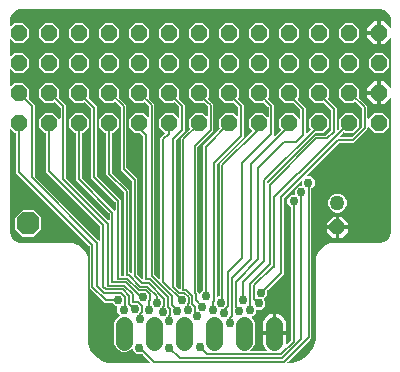
<source format=gbr>
G04 EAGLE Gerber RS-274X export*
G75*
%MOMM*%
%FSLAX34Y34*%
%LPD*%
%INBottom Copper*%
%IPPOS*%
%AMOC8*
5,1,8,0,0,1.08239X$1,22.5*%
G01*
%ADD10P,1.539592X8X22.500000*%
%ADD11C,1.422400*%
%ADD12P,1.374635X8X292.500000*%
%ADD13C,1.270000*%
%ADD14P,2.089446X8X22.500000*%
%ADD15C,0.756400*%
%ADD16C,0.152400*%

G36*
X165122Y2290D02*
X165122Y2290D01*
X165160Y2289D01*
X168656Y2564D01*
X168662Y2566D01*
X168668Y2565D01*
X168832Y2599D01*
X175483Y4760D01*
X175515Y4777D01*
X175549Y4785D01*
X175695Y4868D01*
X181353Y8979D01*
X181378Y9004D01*
X181408Y9023D01*
X181521Y9147D01*
X185632Y14805D01*
X185648Y14837D01*
X185671Y14864D01*
X185740Y15017D01*
X187901Y21668D01*
X187902Y21674D01*
X187904Y21679D01*
X187936Y21844D01*
X188211Y25340D01*
X188209Y25362D01*
X188213Y25400D01*
X188213Y91881D01*
X190495Y97389D01*
X194711Y101605D01*
X200219Y103887D01*
X241300Y103887D01*
X241326Y103891D01*
X241375Y103890D01*
X243258Y104076D01*
X243285Y104083D01*
X243313Y104083D01*
X243474Y104130D01*
X246954Y105571D01*
X247009Y105606D01*
X247070Y105632D01*
X247135Y105684D01*
X247163Y105701D01*
X247175Y105716D01*
X247201Y105736D01*
X249864Y108399D01*
X249902Y108452D01*
X249948Y108499D01*
X249988Y108572D01*
X250007Y108599D01*
X250013Y108618D01*
X250029Y108646D01*
X251470Y112126D01*
X251476Y112153D01*
X251489Y112178D01*
X251524Y112342D01*
X251710Y114225D01*
X251708Y114252D01*
X251713Y114300D01*
X251713Y226064D01*
X251702Y226135D01*
X251700Y226207D01*
X251682Y226256D01*
X251674Y226307D01*
X251640Y226371D01*
X251615Y226438D01*
X251583Y226479D01*
X251558Y226525D01*
X251506Y226574D01*
X251462Y226630D01*
X251418Y226658D01*
X251380Y226694D01*
X251315Y226724D01*
X251255Y226763D01*
X251204Y226776D01*
X251157Y226798D01*
X251086Y226805D01*
X251016Y226823D01*
X250964Y226819D01*
X250913Y226825D01*
X250842Y226809D01*
X250771Y226804D01*
X250723Y226784D01*
X250672Y226772D01*
X250611Y226736D01*
X250545Y226708D01*
X250489Y226663D01*
X250461Y226646D01*
X250446Y226628D01*
X250414Y226603D01*
X245298Y221487D01*
X242823Y221487D01*
X242823Y230378D01*
X242820Y230398D01*
X242822Y230417D01*
X242800Y230519D01*
X242783Y230621D01*
X242774Y230638D01*
X242770Y230658D01*
X242717Y230747D01*
X242668Y230838D01*
X242654Y230852D01*
X242644Y230869D01*
X242565Y230936D01*
X242490Y231007D01*
X242472Y231016D01*
X242457Y231029D01*
X242361Y231067D01*
X242267Y231111D01*
X242247Y231113D01*
X242229Y231121D01*
X242062Y231139D01*
X241299Y231139D01*
X241299Y231141D01*
X242062Y231141D01*
X242082Y231144D01*
X242101Y231142D01*
X242203Y231164D01*
X242305Y231181D01*
X242322Y231190D01*
X242342Y231194D01*
X242431Y231247D01*
X242522Y231296D01*
X242536Y231310D01*
X242553Y231320D01*
X242620Y231399D01*
X242691Y231474D01*
X242700Y231492D01*
X242713Y231507D01*
X242752Y231603D01*
X242795Y231697D01*
X242797Y231717D01*
X242805Y231735D01*
X242823Y231902D01*
X242823Y240793D01*
X245298Y240793D01*
X250414Y235677D01*
X250472Y235635D01*
X250524Y235586D01*
X250571Y235564D01*
X250613Y235534D01*
X250682Y235513D01*
X250747Y235482D01*
X250799Y235477D01*
X250849Y235461D01*
X250920Y235463D01*
X250991Y235455D01*
X251042Y235466D01*
X251094Y235468D01*
X251162Y235492D01*
X251232Y235508D01*
X251277Y235534D01*
X251325Y235552D01*
X251381Y235597D01*
X251443Y235634D01*
X251477Y235673D01*
X251517Y235706D01*
X251556Y235766D01*
X251603Y235821D01*
X251622Y235869D01*
X251650Y235913D01*
X251668Y235982D01*
X251695Y236049D01*
X251703Y236120D01*
X251711Y236151D01*
X251709Y236175D01*
X251713Y236216D01*
X251713Y276864D01*
X251702Y276935D01*
X251700Y277007D01*
X251682Y277056D01*
X251674Y277107D01*
X251640Y277171D01*
X251615Y277238D01*
X251583Y277279D01*
X251558Y277325D01*
X251506Y277374D01*
X251462Y277430D01*
X251418Y277458D01*
X251380Y277494D01*
X251315Y277524D01*
X251255Y277563D01*
X251204Y277576D01*
X251157Y277598D01*
X251086Y277605D01*
X251016Y277623D01*
X250964Y277619D01*
X250913Y277625D01*
X250842Y277609D01*
X250771Y277604D01*
X250723Y277584D01*
X250672Y277572D01*
X250611Y277536D01*
X250545Y277508D01*
X250489Y277463D01*
X250461Y277446D01*
X250446Y277428D01*
X250414Y277403D01*
X245298Y272287D01*
X242823Y272287D01*
X242823Y281178D01*
X242820Y281198D01*
X242822Y281217D01*
X242800Y281319D01*
X242783Y281421D01*
X242774Y281438D01*
X242770Y281458D01*
X242717Y281547D01*
X242668Y281638D01*
X242654Y281652D01*
X242644Y281669D01*
X242565Y281736D01*
X242490Y281807D01*
X242472Y281816D01*
X242457Y281829D01*
X242361Y281867D01*
X242267Y281911D01*
X242247Y281913D01*
X242229Y281921D01*
X242062Y281939D01*
X241299Y281939D01*
X241299Y281941D01*
X242062Y281941D01*
X242082Y281944D01*
X242101Y281942D01*
X242203Y281964D01*
X242305Y281981D01*
X242322Y281990D01*
X242342Y281994D01*
X242431Y282047D01*
X242522Y282096D01*
X242536Y282110D01*
X242553Y282120D01*
X242620Y282199D01*
X242691Y282274D01*
X242700Y282292D01*
X242713Y282307D01*
X242752Y282403D01*
X242795Y282497D01*
X242797Y282517D01*
X242805Y282535D01*
X242823Y282702D01*
X242823Y291593D01*
X245298Y291593D01*
X250414Y286477D01*
X250472Y286435D01*
X250524Y286386D01*
X250571Y286364D01*
X250613Y286334D01*
X250682Y286313D01*
X250747Y286282D01*
X250799Y286277D01*
X250849Y286261D01*
X250920Y286263D01*
X250991Y286255D01*
X251042Y286266D01*
X251094Y286268D01*
X251162Y286292D01*
X251232Y286308D01*
X251277Y286334D01*
X251325Y286352D01*
X251381Y286397D01*
X251443Y286434D01*
X251477Y286473D01*
X251517Y286506D01*
X251556Y286566D01*
X251603Y286621D01*
X251622Y286669D01*
X251650Y286713D01*
X251668Y286782D01*
X251695Y286849D01*
X251703Y286920D01*
X251711Y286951D01*
X251709Y286975D01*
X251713Y287016D01*
X251713Y292100D01*
X251709Y292126D01*
X251710Y292175D01*
X251524Y294058D01*
X251517Y294085D01*
X251517Y294113D01*
X251470Y294274D01*
X250029Y297754D01*
X249994Y297809D01*
X249968Y297870D01*
X249916Y297935D01*
X249899Y297963D01*
X249884Y297975D01*
X249864Y298001D01*
X247201Y300664D01*
X247148Y300702D01*
X247101Y300748D01*
X247028Y300788D01*
X247001Y300807D01*
X246982Y300813D01*
X246954Y300829D01*
X243474Y302270D01*
X243447Y302276D01*
X243422Y302289D01*
X243258Y302324D01*
X241375Y302510D01*
X241348Y302508D01*
X241300Y302513D01*
X-60960Y302513D01*
X-60986Y302509D01*
X-61035Y302510D01*
X-62918Y302324D01*
X-62945Y302317D01*
X-62973Y302317D01*
X-63134Y302270D01*
X-66614Y300829D01*
X-66669Y300794D01*
X-66730Y300768D01*
X-66795Y300716D01*
X-66823Y300699D01*
X-66835Y300684D01*
X-66861Y300664D01*
X-69524Y298001D01*
X-69562Y297948D01*
X-69608Y297901D01*
X-69648Y297828D01*
X-69667Y297801D01*
X-69673Y297782D01*
X-69689Y297754D01*
X-71130Y294274D01*
X-71136Y294247D01*
X-71149Y294222D01*
X-71184Y294058D01*
X-71370Y292175D01*
X-71368Y292148D01*
X-71373Y292100D01*
X-71373Y288119D01*
X-71362Y288048D01*
X-71360Y287976D01*
X-71342Y287927D01*
X-71334Y287876D01*
X-71300Y287813D01*
X-71275Y287745D01*
X-71243Y287705D01*
X-71218Y287659D01*
X-71166Y287609D01*
X-71122Y287553D01*
X-71078Y287525D01*
X-71040Y287489D01*
X-70975Y287459D01*
X-70915Y287420D01*
X-70864Y287408D01*
X-70817Y287386D01*
X-70746Y287378D01*
X-70676Y287360D01*
X-70624Y287364D01*
X-70573Y287358D01*
X-70502Y287374D01*
X-70431Y287379D01*
X-70383Y287400D01*
X-70332Y287411D01*
X-70271Y287448D01*
X-70205Y287476D01*
X-70149Y287520D01*
X-70121Y287537D01*
X-70106Y287555D01*
X-70074Y287580D01*
X-67077Y290577D01*
X-59923Y290577D01*
X-54863Y285517D01*
X-54863Y278363D01*
X-59923Y273303D01*
X-67077Y273303D01*
X-70074Y276300D01*
X-70132Y276341D01*
X-70184Y276391D01*
X-70231Y276413D01*
X-70273Y276443D01*
X-70342Y276464D01*
X-70407Y276494D01*
X-70459Y276500D01*
X-70509Y276515D01*
X-70580Y276514D01*
X-70651Y276522D01*
X-70702Y276510D01*
X-70754Y276509D01*
X-70822Y276484D01*
X-70892Y276469D01*
X-70937Y276443D01*
X-70985Y276425D01*
X-71041Y276380D01*
X-71103Y276343D01*
X-71137Y276304D01*
X-71177Y276271D01*
X-71216Y276211D01*
X-71263Y276156D01*
X-71282Y276108D01*
X-71310Y276064D01*
X-71328Y275995D01*
X-71355Y275928D01*
X-71363Y275857D01*
X-71371Y275826D01*
X-71369Y275802D01*
X-71373Y275761D01*
X-71373Y262719D01*
X-71362Y262648D01*
X-71360Y262576D01*
X-71342Y262527D01*
X-71334Y262476D01*
X-71300Y262413D01*
X-71275Y262345D01*
X-71243Y262305D01*
X-71218Y262259D01*
X-71166Y262209D01*
X-71122Y262153D01*
X-71078Y262125D01*
X-71040Y262089D01*
X-70975Y262059D01*
X-70915Y262020D01*
X-70864Y262008D01*
X-70817Y261986D01*
X-70746Y261978D01*
X-70676Y261960D01*
X-70624Y261964D01*
X-70573Y261958D01*
X-70502Y261974D01*
X-70431Y261979D01*
X-70383Y262000D01*
X-70332Y262011D01*
X-70271Y262048D01*
X-70205Y262076D01*
X-70149Y262120D01*
X-70121Y262137D01*
X-70106Y262155D01*
X-70074Y262180D01*
X-67077Y265177D01*
X-59923Y265177D01*
X-54863Y260117D01*
X-54863Y252963D01*
X-59923Y247903D01*
X-67077Y247903D01*
X-70074Y250900D01*
X-70132Y250941D01*
X-70184Y250991D01*
X-70231Y251013D01*
X-70273Y251043D01*
X-70342Y251064D01*
X-70407Y251094D01*
X-70459Y251100D01*
X-70509Y251115D01*
X-70580Y251114D01*
X-70651Y251122D01*
X-70702Y251110D01*
X-70754Y251109D01*
X-70822Y251084D01*
X-70892Y251069D01*
X-70937Y251043D01*
X-70985Y251025D01*
X-71041Y250980D01*
X-71103Y250943D01*
X-71137Y250904D01*
X-71177Y250871D01*
X-71216Y250811D01*
X-71263Y250756D01*
X-71282Y250708D01*
X-71310Y250664D01*
X-71328Y250595D01*
X-71355Y250528D01*
X-71363Y250457D01*
X-71371Y250426D01*
X-71369Y250402D01*
X-71373Y250361D01*
X-71373Y237319D01*
X-71362Y237248D01*
X-71360Y237176D01*
X-71342Y237127D01*
X-71334Y237076D01*
X-71300Y237013D01*
X-71275Y236945D01*
X-71243Y236905D01*
X-71218Y236859D01*
X-71166Y236809D01*
X-71122Y236753D01*
X-71078Y236725D01*
X-71040Y236689D01*
X-70975Y236659D01*
X-70915Y236620D01*
X-70864Y236608D01*
X-70817Y236586D01*
X-70746Y236578D01*
X-70676Y236560D01*
X-70624Y236564D01*
X-70573Y236558D01*
X-70502Y236574D01*
X-70431Y236579D01*
X-70383Y236600D01*
X-70332Y236611D01*
X-70271Y236648D01*
X-70205Y236676D01*
X-70149Y236720D01*
X-70121Y236737D01*
X-70106Y236755D01*
X-70074Y236780D01*
X-67077Y239777D01*
X-59923Y239777D01*
X-54863Y234717D01*
X-54863Y227563D01*
X-55111Y227315D01*
X-55122Y227299D01*
X-55138Y227287D01*
X-55194Y227199D01*
X-55254Y227115D01*
X-55260Y227096D01*
X-55271Y227080D01*
X-55296Y226979D01*
X-55327Y226880D01*
X-55326Y226860D01*
X-55331Y226841D01*
X-55323Y226738D01*
X-55320Y226634D01*
X-55313Y226616D01*
X-55312Y226596D01*
X-55271Y226501D01*
X-55236Y226403D01*
X-55223Y226388D01*
X-55215Y226370D01*
X-55111Y226239D01*
X-50037Y221165D01*
X-50037Y160775D01*
X-50023Y160684D01*
X-50015Y160594D01*
X-50003Y160564D01*
X-49998Y160532D01*
X-49955Y160451D01*
X-49919Y160367D01*
X-49893Y160335D01*
X-49882Y160314D01*
X-49859Y160292D01*
X-49814Y160236D01*
X3772Y106650D01*
X4288Y106134D01*
X4346Y106092D01*
X4398Y106043D01*
X4445Y106021D01*
X4487Y105991D01*
X4556Y105970D01*
X4621Y105939D01*
X4673Y105934D01*
X4723Y105918D01*
X4794Y105920D01*
X4865Y105912D01*
X4916Y105923D01*
X4968Y105925D01*
X5036Y105949D01*
X5106Y105964D01*
X5151Y105991D01*
X5199Y106009D01*
X5255Y106054D01*
X5317Y106091D01*
X5351Y106130D01*
X5391Y106163D01*
X5430Y106223D01*
X5477Y106278D01*
X5496Y106326D01*
X5524Y106370D01*
X5542Y106439D01*
X5569Y106506D01*
X5577Y106577D01*
X5585Y106608D01*
X5583Y106632D01*
X5587Y106672D01*
X5587Y118117D01*
X5573Y118208D01*
X5565Y118298D01*
X5553Y118328D01*
X5548Y118360D01*
X5505Y118441D01*
X5469Y118525D01*
X5443Y118557D01*
X5432Y118578D01*
X5409Y118600D01*
X5364Y118656D01*
X-38570Y162590D01*
X-40133Y164153D01*
X-40133Y196342D01*
X-40136Y196362D01*
X-40134Y196381D01*
X-40156Y196483D01*
X-40172Y196585D01*
X-40182Y196602D01*
X-40186Y196622D01*
X-40239Y196711D01*
X-40288Y196802D01*
X-40302Y196816D01*
X-40312Y196833D01*
X-40391Y196900D01*
X-40466Y196972D01*
X-40484Y196980D01*
X-40499Y196993D01*
X-40595Y197032D01*
X-40689Y197075D01*
X-40709Y197077D01*
X-40727Y197085D01*
X-40894Y197103D01*
X-41677Y197103D01*
X-46737Y202163D01*
X-46737Y209317D01*
X-41677Y214377D01*
X-34523Y214377D01*
X-29494Y209348D01*
X-29436Y209307D01*
X-29384Y209257D01*
X-29337Y209235D01*
X-29295Y209205D01*
X-29226Y209184D01*
X-29161Y209154D01*
X-29109Y209148D01*
X-29059Y209133D01*
X-28988Y209134D01*
X-28917Y209126D01*
X-28866Y209138D01*
X-28814Y209139D01*
X-28746Y209164D01*
X-28676Y209179D01*
X-28631Y209205D01*
X-28583Y209223D01*
X-28527Y209268D01*
X-28465Y209305D01*
X-28431Y209344D01*
X-28391Y209377D01*
X-28352Y209437D01*
X-28305Y209492D01*
X-28286Y209540D01*
X-28258Y209584D01*
X-28240Y209653D01*
X-28213Y209720D01*
X-28205Y209791D01*
X-28197Y209822D01*
X-28199Y209846D01*
X-28195Y209887D01*
X-28195Y218447D01*
X-28209Y218538D01*
X-28217Y218628D01*
X-28229Y218658D01*
X-28234Y218690D01*
X-28277Y218771D01*
X-28313Y218855D01*
X-28339Y218887D01*
X-28350Y218908D01*
X-28373Y218930D01*
X-28418Y218986D01*
X-32691Y223259D01*
X-32707Y223270D01*
X-32719Y223286D01*
X-32806Y223342D01*
X-32890Y223402D01*
X-32909Y223408D01*
X-32926Y223419D01*
X-33027Y223444D01*
X-33125Y223475D01*
X-33145Y223474D01*
X-33165Y223479D01*
X-33268Y223471D01*
X-33371Y223468D01*
X-33390Y223461D01*
X-33410Y223460D01*
X-33505Y223419D01*
X-33602Y223384D01*
X-33618Y223371D01*
X-33636Y223363D01*
X-33767Y223259D01*
X-34523Y222503D01*
X-41677Y222503D01*
X-46737Y227563D01*
X-46737Y234717D01*
X-41677Y239777D01*
X-34523Y239777D01*
X-29463Y234717D01*
X-29463Y227560D01*
X-29468Y227553D01*
X-29484Y227541D01*
X-29540Y227453D01*
X-29600Y227369D01*
X-29606Y227350D01*
X-29617Y227334D01*
X-29642Y227233D01*
X-29673Y227134D01*
X-29672Y227114D01*
X-29677Y227095D01*
X-29669Y226992D01*
X-29666Y226888D01*
X-29659Y226870D01*
X-29658Y226850D01*
X-29617Y226755D01*
X-29582Y226657D01*
X-29569Y226642D01*
X-29561Y226624D01*
X-29457Y226493D01*
X-23621Y220657D01*
X-23621Y159505D01*
X-23607Y159414D01*
X-23599Y159324D01*
X-23587Y159294D01*
X-23582Y159262D01*
X-23539Y159181D01*
X-23503Y159097D01*
X-23477Y159065D01*
X-23466Y159044D01*
X-23443Y159022D01*
X-23398Y158966D01*
X12162Y123406D01*
X12220Y123364D01*
X12272Y123315D01*
X12319Y123293D01*
X12361Y123263D01*
X12430Y123242D01*
X12495Y123211D01*
X12547Y123206D01*
X12597Y123190D01*
X12668Y123192D01*
X12739Y123184D01*
X12790Y123195D01*
X12842Y123197D01*
X12910Y123221D01*
X12980Y123236D01*
X13025Y123263D01*
X13073Y123281D01*
X13129Y123326D01*
X13191Y123363D01*
X13225Y123402D01*
X13265Y123435D01*
X13304Y123495D01*
X13351Y123550D01*
X13370Y123598D01*
X13398Y123642D01*
X13416Y123711D01*
X13443Y123778D01*
X13451Y123849D01*
X13459Y123880D01*
X13457Y123904D01*
X13461Y123944D01*
X13461Y128531D01*
X13447Y128622D01*
X13439Y128712D01*
X13427Y128742D01*
X13422Y128774D01*
X13379Y128855D01*
X13343Y128939D01*
X13317Y128971D01*
X13306Y128992D01*
X13283Y129014D01*
X13238Y129070D01*
X-13170Y155478D01*
X-14733Y157041D01*
X-14733Y196342D01*
X-14736Y196362D01*
X-14734Y196381D01*
X-14756Y196483D01*
X-14772Y196585D01*
X-14782Y196602D01*
X-14786Y196622D01*
X-14839Y196711D01*
X-14888Y196802D01*
X-14902Y196816D01*
X-14912Y196833D01*
X-14991Y196900D01*
X-15066Y196972D01*
X-15084Y196980D01*
X-15099Y196993D01*
X-15195Y197032D01*
X-15289Y197075D01*
X-15309Y197077D01*
X-15327Y197085D01*
X-15494Y197103D01*
X-16277Y197103D01*
X-21337Y202163D01*
X-21337Y209317D01*
X-16277Y214377D01*
X-9123Y214377D01*
X-4063Y209317D01*
X-4063Y202163D01*
X-9123Y197103D01*
X-9398Y197103D01*
X-9418Y197100D01*
X-9437Y197102D01*
X-9539Y197080D01*
X-9641Y197064D01*
X-9658Y197054D01*
X-9678Y197050D01*
X-9767Y196997D01*
X-9858Y196948D01*
X-9872Y196934D01*
X-9889Y196924D01*
X-9956Y196845D01*
X-10028Y196770D01*
X-10036Y196752D01*
X-10049Y196737D01*
X-10088Y196641D01*
X-10131Y196547D01*
X-10133Y196527D01*
X-10141Y196509D01*
X-10159Y196342D01*
X-10159Y159251D01*
X-10145Y159160D01*
X-10137Y159070D01*
X-10125Y159040D01*
X-10120Y159008D01*
X-10077Y158927D01*
X-10041Y158843D01*
X-10015Y158811D01*
X-10004Y158790D01*
X-9981Y158768D01*
X-9936Y158712D01*
X17242Y131534D01*
X17300Y131492D01*
X17352Y131443D01*
X17399Y131421D01*
X17441Y131391D01*
X17510Y131370D01*
X17575Y131339D01*
X17627Y131334D01*
X17677Y131318D01*
X17748Y131320D01*
X17819Y131312D01*
X17870Y131323D01*
X17922Y131325D01*
X17990Y131349D01*
X18060Y131364D01*
X18105Y131391D01*
X18153Y131409D01*
X18209Y131454D01*
X18271Y131491D01*
X18305Y131530D01*
X18345Y131563D01*
X18384Y131623D01*
X18431Y131678D01*
X18450Y131726D01*
X18478Y131770D01*
X18496Y131839D01*
X18523Y131906D01*
X18531Y131977D01*
X18539Y132008D01*
X18537Y132032D01*
X18541Y132072D01*
X18541Y137929D01*
X18527Y138020D01*
X18519Y138110D01*
X18507Y138140D01*
X18502Y138172D01*
X18459Y138253D01*
X18423Y138337D01*
X18397Y138369D01*
X18386Y138390D01*
X18363Y138412D01*
X18318Y138468D01*
X-724Y157510D01*
X-2287Y159073D01*
X-2287Y217431D01*
X-2301Y217522D01*
X-2309Y217612D01*
X-2321Y217642D01*
X-2326Y217674D01*
X-2369Y217755D01*
X-2405Y217839D01*
X-2431Y217871D01*
X-2442Y217892D01*
X-2465Y217914D01*
X-2510Y217970D01*
X-7545Y223005D01*
X-7561Y223016D01*
X-7573Y223032D01*
X-7660Y223088D01*
X-7744Y223148D01*
X-7763Y223154D01*
X-7780Y223165D01*
X-7881Y223190D01*
X-7979Y223221D01*
X-7999Y223220D01*
X-8019Y223225D01*
X-8122Y223217D01*
X-8225Y223214D01*
X-8244Y223207D01*
X-8264Y223206D01*
X-8359Y223165D01*
X-8456Y223130D01*
X-8472Y223117D01*
X-8490Y223109D01*
X-8621Y223005D01*
X-9123Y222503D01*
X-16277Y222503D01*
X-21337Y227563D01*
X-21337Y234717D01*
X-16277Y239777D01*
X-9123Y239777D01*
X-4063Y234717D01*
X-4063Y227563D01*
X-4311Y227315D01*
X-4322Y227299D01*
X-4338Y227287D01*
X-4394Y227199D01*
X-4454Y227115D01*
X-4460Y227096D01*
X-4471Y227080D01*
X-4496Y226979D01*
X-4527Y226880D01*
X-4526Y226860D01*
X-4531Y226841D01*
X-4523Y226738D01*
X-4520Y226634D01*
X-4513Y226616D01*
X-4512Y226596D01*
X-4471Y226501D01*
X-4436Y226403D01*
X-4423Y226388D01*
X-4415Y226370D01*
X-4311Y226239D01*
X2287Y219641D01*
X2287Y161282D01*
X2301Y161192D01*
X2309Y161101D01*
X2321Y161072D01*
X2326Y161040D01*
X2369Y160959D01*
X2405Y160875D01*
X2431Y160843D01*
X2442Y160822D01*
X2465Y160800D01*
X2510Y160744D01*
X23115Y140139D01*
X23115Y76962D01*
X23118Y76942D01*
X23116Y76923D01*
X23138Y76821D01*
X23154Y76719D01*
X23164Y76702D01*
X23168Y76682D01*
X23221Y76593D01*
X23270Y76502D01*
X23284Y76488D01*
X23294Y76471D01*
X23373Y76404D01*
X23448Y76332D01*
X23466Y76324D01*
X23481Y76311D01*
X23577Y76272D01*
X23671Y76229D01*
X23691Y76227D01*
X23709Y76219D01*
X23876Y76201D01*
X24638Y76201D01*
X24658Y76204D01*
X24677Y76202D01*
X24779Y76224D01*
X24881Y76240D01*
X24898Y76250D01*
X24918Y76254D01*
X25007Y76307D01*
X25098Y76356D01*
X25112Y76370D01*
X25129Y76380D01*
X25196Y76459D01*
X25268Y76534D01*
X25276Y76552D01*
X25289Y76567D01*
X25328Y76663D01*
X25371Y76757D01*
X25373Y76777D01*
X25381Y76795D01*
X25399Y76962D01*
X25399Y146565D01*
X25385Y146656D01*
X25377Y146746D01*
X25365Y146776D01*
X25360Y146808D01*
X25317Y146889D01*
X25281Y146973D01*
X25255Y147005D01*
X25244Y147026D01*
X25221Y147048D01*
X25176Y147104D01*
X10413Y161867D01*
X10413Y196342D01*
X10410Y196362D01*
X10412Y196381D01*
X10390Y196483D01*
X10374Y196585D01*
X10364Y196602D01*
X10360Y196622D01*
X10307Y196711D01*
X10258Y196802D01*
X10244Y196816D01*
X10234Y196833D01*
X10155Y196900D01*
X10080Y196972D01*
X10062Y196980D01*
X10047Y196993D01*
X9951Y197032D01*
X9857Y197075D01*
X9837Y197077D01*
X9819Y197085D01*
X9652Y197103D01*
X9123Y197103D01*
X4063Y202163D01*
X4063Y209317D01*
X9123Y214377D01*
X16277Y214377D01*
X21337Y209317D01*
X21337Y202163D01*
X16277Y197103D01*
X15748Y197103D01*
X15728Y197100D01*
X15709Y197102D01*
X15607Y197080D01*
X15505Y197064D01*
X15488Y197054D01*
X15468Y197050D01*
X15379Y196997D01*
X15288Y196948D01*
X15274Y196934D01*
X15257Y196924D01*
X15190Y196845D01*
X15118Y196770D01*
X15110Y196752D01*
X15097Y196737D01*
X15058Y196641D01*
X15015Y196547D01*
X15013Y196527D01*
X15005Y196509D01*
X14987Y196342D01*
X14987Y164077D01*
X15001Y163986D01*
X15009Y163896D01*
X15021Y163866D01*
X15026Y163834D01*
X15069Y163753D01*
X15105Y163669D01*
X15131Y163637D01*
X15142Y163616D01*
X15165Y163594D01*
X15210Y163538D01*
X29973Y148775D01*
X29973Y79965D01*
X29987Y79875D01*
X29995Y79784D01*
X30007Y79754D01*
X30012Y79723D01*
X30055Y79642D01*
X30091Y79558D01*
X30117Y79526D01*
X30128Y79505D01*
X30151Y79483D01*
X30196Y79427D01*
X30958Y78665D01*
X31016Y78623D01*
X31068Y78574D01*
X31115Y78552D01*
X31157Y78521D01*
X31226Y78500D01*
X31291Y78470D01*
X31343Y78464D01*
X31393Y78449D01*
X31464Y78451D01*
X31535Y78443D01*
X31586Y78454D01*
X31638Y78455D01*
X31706Y78480D01*
X31776Y78495D01*
X31821Y78522D01*
X31869Y78540D01*
X31925Y78585D01*
X31987Y78621D01*
X32021Y78661D01*
X32061Y78694D01*
X32100Y78754D01*
X32147Y78808D01*
X32166Y78857D01*
X32194Y78901D01*
X32212Y78970D01*
X32239Y79037D01*
X32247Y79108D01*
X32255Y79139D01*
X32253Y79162D01*
X32257Y79203D01*
X32257Y156217D01*
X32243Y156308D01*
X32235Y156398D01*
X32223Y156428D01*
X32218Y156460D01*
X32175Y156541D01*
X32139Y156625D01*
X32113Y156657D01*
X32102Y156678D01*
X32079Y156700D01*
X32034Y156756D01*
X22859Y165931D01*
X22859Y218447D01*
X22845Y218538D01*
X22837Y218628D01*
X22825Y218658D01*
X22820Y218690D01*
X22777Y218771D01*
X22741Y218855D01*
X22715Y218887D01*
X22704Y218908D01*
X22681Y218930D01*
X22636Y218986D01*
X18236Y223386D01*
X18220Y223397D01*
X18208Y223413D01*
X18121Y223469D01*
X18037Y223529D01*
X18018Y223535D01*
X18001Y223546D01*
X17900Y223571D01*
X17802Y223602D01*
X17782Y223601D01*
X17762Y223606D01*
X17659Y223598D01*
X17556Y223595D01*
X17537Y223588D01*
X17517Y223587D01*
X17422Y223546D01*
X17325Y223511D01*
X17309Y223498D01*
X17291Y223490D01*
X17160Y223386D01*
X16277Y222503D01*
X9123Y222503D01*
X4063Y227563D01*
X4063Y234717D01*
X9123Y239777D01*
X16277Y239777D01*
X21337Y234717D01*
X21337Y227510D01*
X21327Y227497D01*
X21321Y227477D01*
X21310Y227461D01*
X21285Y227360D01*
X21254Y227261D01*
X21255Y227242D01*
X21250Y227222D01*
X21258Y227119D01*
X21261Y227016D01*
X21268Y226997D01*
X21269Y226977D01*
X21310Y226882D01*
X21345Y226785D01*
X21358Y226769D01*
X21366Y226751D01*
X21470Y226620D01*
X27433Y220657D01*
X27433Y168141D01*
X27447Y168050D01*
X27455Y167960D01*
X27467Y167930D01*
X27472Y167898D01*
X27515Y167817D01*
X27551Y167733D01*
X27577Y167701D01*
X27588Y167680D01*
X27611Y167658D01*
X27656Y167602D01*
X36831Y158427D01*
X36831Y77418D01*
X36845Y77328D01*
X36853Y77237D01*
X36865Y77207D01*
X36870Y77175D01*
X36913Y77095D01*
X36949Y77011D01*
X36975Y76978D01*
X36986Y76958D01*
X37009Y76936D01*
X37054Y76880D01*
X40356Y73578D01*
X40414Y73536D01*
X40466Y73486D01*
X40513Y73464D01*
X40555Y73434D01*
X40624Y73413D01*
X40689Y73383D01*
X40741Y73377D01*
X40791Y73362D01*
X40862Y73364D01*
X40933Y73356D01*
X40984Y73367D01*
X41036Y73368D01*
X41104Y73393D01*
X41174Y73408D01*
X41219Y73435D01*
X41267Y73452D01*
X41323Y73497D01*
X41385Y73534D01*
X41419Y73574D01*
X41459Y73606D01*
X41498Y73666D01*
X41545Y73721D01*
X41564Y73769D01*
X41592Y73813D01*
X41610Y73883D01*
X41637Y73949D01*
X41645Y74020D01*
X41653Y74052D01*
X41651Y74075D01*
X41655Y74116D01*
X41655Y194317D01*
X41641Y194408D01*
X41633Y194498D01*
X41621Y194528D01*
X41616Y194560D01*
X41573Y194641D01*
X41537Y194725D01*
X41511Y194757D01*
X41500Y194778D01*
X41477Y194800D01*
X41432Y194856D01*
X39408Y196880D01*
X39334Y196933D01*
X39264Y196993D01*
X39234Y197005D01*
X39208Y197024D01*
X39121Y197051D01*
X39036Y197085D01*
X38995Y197089D01*
X38973Y197096D01*
X38941Y197095D01*
X38870Y197103D01*
X34523Y197103D01*
X29463Y202163D01*
X29463Y209317D01*
X34523Y214377D01*
X41677Y214377D01*
X45436Y210618D01*
X45494Y210577D01*
X45546Y210527D01*
X45593Y210505D01*
X45635Y210475D01*
X45704Y210454D01*
X45769Y210424D01*
X45821Y210418D01*
X45871Y210403D01*
X45942Y210404D01*
X46013Y210396D01*
X46064Y210408D01*
X46116Y210409D01*
X46184Y210434D01*
X46254Y210449D01*
X46299Y210475D01*
X46347Y210493D01*
X46403Y210538D01*
X46465Y210575D01*
X46499Y210614D01*
X46539Y210647D01*
X46578Y210707D01*
X46625Y210762D01*
X46644Y210810D01*
X46672Y210854D01*
X46690Y210923D01*
X46717Y210990D01*
X46725Y211061D01*
X46733Y211092D01*
X46731Y211116D01*
X46735Y211157D01*
X46735Y219209D01*
X46721Y219300D01*
X46713Y219390D01*
X46701Y219420D01*
X46696Y219452D01*
X46653Y219533D01*
X46617Y219617D01*
X46591Y219649D01*
X46580Y219670D01*
X46557Y219692D01*
X46512Y219748D01*
X43255Y223005D01*
X43239Y223016D01*
X43227Y223032D01*
X43140Y223088D01*
X43056Y223148D01*
X43037Y223154D01*
X43020Y223165D01*
X42919Y223190D01*
X42821Y223221D01*
X42801Y223220D01*
X42781Y223225D01*
X42678Y223217D01*
X42575Y223214D01*
X42556Y223207D01*
X42536Y223206D01*
X42441Y223165D01*
X42344Y223130D01*
X42328Y223117D01*
X42310Y223109D01*
X42179Y223005D01*
X41677Y222503D01*
X34523Y222503D01*
X29463Y227563D01*
X29463Y234717D01*
X34523Y239777D01*
X41677Y239777D01*
X46737Y234717D01*
X46737Y227563D01*
X46489Y227315D01*
X46478Y227299D01*
X46462Y227287D01*
X46406Y227199D01*
X46346Y227115D01*
X46340Y227096D01*
X46329Y227080D01*
X46304Y226979D01*
X46273Y226880D01*
X46274Y226860D01*
X46269Y226841D01*
X46277Y226738D01*
X46280Y226634D01*
X46287Y226616D01*
X46288Y226596D01*
X46329Y226501D01*
X46364Y226403D01*
X46377Y226388D01*
X46385Y226370D01*
X46489Y226239D01*
X51309Y221419D01*
X51309Y77523D01*
X51323Y77433D01*
X51331Y77342D01*
X51343Y77312D01*
X51348Y77281D01*
X51391Y77200D01*
X51427Y77116D01*
X51453Y77084D01*
X51464Y77063D01*
X51487Y77041D01*
X51532Y76985D01*
X55088Y73429D01*
X55146Y73387D01*
X55198Y73338D01*
X55245Y73316D01*
X55287Y73285D01*
X55356Y73264D01*
X55421Y73234D01*
X55473Y73228D01*
X55523Y73213D01*
X55594Y73215D01*
X55665Y73207D01*
X55716Y73218D01*
X55768Y73219D01*
X55836Y73244D01*
X55906Y73259D01*
X55951Y73286D01*
X55999Y73304D01*
X56055Y73349D01*
X56117Y73385D01*
X56151Y73425D01*
X56191Y73458D01*
X56230Y73518D01*
X56277Y73572D01*
X56296Y73621D01*
X56324Y73664D01*
X56342Y73734D01*
X56369Y73800D01*
X56377Y73872D01*
X56385Y73903D01*
X56383Y73926D01*
X56387Y73967D01*
X56387Y192717D01*
X59810Y196140D01*
X59821Y196156D01*
X59837Y196168D01*
X59893Y196255D01*
X59953Y196339D01*
X59959Y196358D01*
X59970Y196375D01*
X59995Y196476D01*
X60026Y196574D01*
X60025Y196594D01*
X60030Y196614D01*
X60022Y196717D01*
X60019Y196820D01*
X60012Y196839D01*
X60011Y196859D01*
X59970Y196954D01*
X59935Y197051D01*
X59922Y197067D01*
X59914Y197085D01*
X59810Y197216D01*
X54863Y202163D01*
X54863Y209317D01*
X59923Y214377D01*
X67077Y214377D01*
X71090Y210364D01*
X71148Y210323D01*
X71200Y210273D01*
X71247Y210251D01*
X71289Y210221D01*
X71358Y210200D01*
X71423Y210170D01*
X71475Y210164D01*
X71525Y210149D01*
X71596Y210150D01*
X71667Y210142D01*
X71718Y210154D01*
X71770Y210155D01*
X71838Y210180D01*
X71908Y210195D01*
X71953Y210221D01*
X72001Y210239D01*
X72057Y210284D01*
X72119Y210321D01*
X72153Y210360D01*
X72193Y210393D01*
X72232Y210453D01*
X72279Y210508D01*
X72298Y210556D01*
X72326Y210600D01*
X72344Y210669D01*
X72371Y210736D01*
X72379Y210807D01*
X72387Y210838D01*
X72385Y210862D01*
X72389Y210903D01*
X72389Y218955D01*
X72375Y219046D01*
X72367Y219136D01*
X72355Y219166D01*
X72350Y219198D01*
X72307Y219279D01*
X72271Y219363D01*
X72245Y219395D01*
X72234Y219416D01*
X72211Y219438D01*
X72166Y219494D01*
X68655Y223005D01*
X68639Y223016D01*
X68627Y223032D01*
X68540Y223088D01*
X68456Y223148D01*
X68437Y223154D01*
X68420Y223165D01*
X68319Y223190D01*
X68221Y223221D01*
X68201Y223220D01*
X68181Y223225D01*
X68078Y223217D01*
X67975Y223214D01*
X67956Y223207D01*
X67936Y223206D01*
X67841Y223165D01*
X67744Y223130D01*
X67728Y223117D01*
X67710Y223109D01*
X67579Y223005D01*
X67077Y222503D01*
X59923Y222503D01*
X54863Y227563D01*
X54863Y234717D01*
X59923Y239777D01*
X67077Y239777D01*
X72137Y234717D01*
X72137Y227563D01*
X71889Y227315D01*
X71878Y227299D01*
X71862Y227287D01*
X71806Y227199D01*
X71746Y227115D01*
X71740Y227096D01*
X71729Y227080D01*
X71704Y226979D01*
X71673Y226880D01*
X71674Y226860D01*
X71669Y226841D01*
X71677Y226738D01*
X71680Y226634D01*
X71687Y226616D01*
X71688Y226596D01*
X71729Y226501D01*
X71764Y226403D01*
X71777Y226388D01*
X71785Y226370D01*
X71889Y226239D01*
X76963Y221165D01*
X76963Y198614D01*
X69566Y191217D01*
X69513Y191143D01*
X69453Y191074D01*
X69441Y191043D01*
X69422Y191017D01*
X69395Y190930D01*
X69361Y190845D01*
X69357Y190804D01*
X69350Y190782D01*
X69351Y190750D01*
X69343Y190679D01*
X69343Y68201D01*
X69357Y68111D01*
X69365Y68020D01*
X69377Y67990D01*
X69382Y67958D01*
X69425Y67878D01*
X69461Y67794D01*
X69487Y67762D01*
X69498Y67741D01*
X69521Y67719D01*
X69566Y67663D01*
X72106Y65123D01*
X72164Y65081D01*
X72216Y65032D01*
X72263Y65010D01*
X72305Y64979D01*
X72374Y64958D01*
X72439Y64928D01*
X72491Y64922D01*
X72541Y64907D01*
X72612Y64909D01*
X72683Y64901D01*
X72734Y64912D01*
X72786Y64913D01*
X72854Y64938D01*
X72924Y64953D01*
X72969Y64980D01*
X73017Y64998D01*
X73073Y65043D01*
X73135Y65079D01*
X73169Y65119D01*
X73209Y65151D01*
X73248Y65212D01*
X73295Y65266D01*
X73314Y65314D01*
X73342Y65358D01*
X73360Y65428D01*
X73387Y65494D01*
X73395Y65566D01*
X73403Y65597D01*
X73401Y65620D01*
X73405Y65661D01*
X73405Y192717D01*
X81019Y200331D01*
X81030Y200347D01*
X81046Y200359D01*
X81102Y200446D01*
X81162Y200530D01*
X81168Y200549D01*
X81179Y200566D01*
X81204Y200667D01*
X81235Y200765D01*
X81234Y200785D01*
X81239Y200805D01*
X81231Y200908D01*
X81228Y201011D01*
X81221Y201030D01*
X81220Y201050D01*
X81179Y201145D01*
X81144Y201242D01*
X81131Y201258D01*
X81123Y201276D01*
X81019Y201407D01*
X80263Y202163D01*
X80263Y209317D01*
X85323Y214377D01*
X92477Y214377D01*
X95220Y211634D01*
X95278Y211593D01*
X95330Y211543D01*
X95377Y211521D01*
X95419Y211491D01*
X95488Y211470D01*
X95553Y211440D01*
X95605Y211434D01*
X95655Y211419D01*
X95726Y211420D01*
X95797Y211412D01*
X95848Y211424D01*
X95900Y211425D01*
X95968Y211450D01*
X96038Y211465D01*
X96083Y211491D01*
X96131Y211509D01*
X96187Y211554D01*
X96249Y211591D01*
X96283Y211630D01*
X96323Y211663D01*
X96362Y211723D01*
X96409Y211778D01*
X96428Y211826D01*
X96456Y211870D01*
X96474Y211939D01*
X96501Y212006D01*
X96509Y212077D01*
X96517Y212108D01*
X96515Y212132D01*
X96519Y212173D01*
X96519Y219209D01*
X96505Y219300D01*
X96497Y219390D01*
X96485Y219420D01*
X96480Y219452D01*
X96437Y219533D01*
X96401Y219617D01*
X96375Y219649D01*
X96364Y219670D01*
X96341Y219692D01*
X96296Y219748D01*
X93547Y222497D01*
X93531Y222508D01*
X93519Y222524D01*
X93432Y222580D01*
X93348Y222640D01*
X93329Y222646D01*
X93312Y222657D01*
X93212Y222682D01*
X93113Y222713D01*
X93093Y222712D01*
X93073Y222717D01*
X92970Y222709D01*
X92867Y222706D01*
X92848Y222699D01*
X92828Y222698D01*
X92733Y222657D01*
X92636Y222622D01*
X92620Y222609D01*
X92602Y222601D01*
X92479Y222503D01*
X85323Y222503D01*
X80263Y227563D01*
X80263Y234717D01*
X85323Y239777D01*
X92477Y239777D01*
X97537Y234717D01*
X97537Y227563D01*
X96781Y226807D01*
X96770Y226791D01*
X96754Y226779D01*
X96698Y226691D01*
X96638Y226607D01*
X96632Y226588D01*
X96621Y226572D01*
X96596Y226471D01*
X96565Y226372D01*
X96566Y226352D01*
X96561Y226333D01*
X96569Y226230D01*
X96572Y226126D01*
X96579Y226108D01*
X96580Y226088D01*
X96621Y225993D01*
X96656Y225895D01*
X96669Y225880D01*
X96677Y225862D01*
X96781Y225731D01*
X101093Y221419D01*
X101093Y198443D01*
X87854Y185204D01*
X87801Y185130D01*
X87741Y185060D01*
X87729Y185030D01*
X87710Y185004D01*
X87683Y184917D01*
X87649Y184832D01*
X87645Y184791D01*
X87638Y184769D01*
X87639Y184737D01*
X87631Y184665D01*
X87631Y62805D01*
X87645Y62715D01*
X87653Y62624D01*
X87665Y62594D01*
X87670Y62562D01*
X87713Y62482D01*
X87749Y62398D01*
X87775Y62366D01*
X87786Y62345D01*
X87809Y62323D01*
X87854Y62267D01*
X88750Y61371D01*
X88766Y61359D01*
X88778Y61344D01*
X88866Y61288D01*
X88949Y61228D01*
X88968Y61222D01*
X88985Y61211D01*
X89086Y61186D01*
X89184Y61155D01*
X89204Y61156D01*
X89224Y61151D01*
X89327Y61159D01*
X89430Y61162D01*
X89449Y61168D01*
X89469Y61170D01*
X89564Y61210D01*
X89661Y61246D01*
X89677Y61258D01*
X89695Y61266D01*
X89826Y61371D01*
X92232Y63777D01*
X92285Y63851D01*
X92345Y63921D01*
X92357Y63951D01*
X92376Y63977D01*
X92403Y64064D01*
X92437Y64149D01*
X92441Y64190D01*
X92448Y64212D01*
X92447Y64244D01*
X92455Y64316D01*
X92455Y186621D01*
X106292Y200458D01*
X106303Y200474D01*
X106319Y200486D01*
X106349Y200534D01*
X106360Y200545D01*
X106369Y200564D01*
X106375Y200573D01*
X106435Y200657D01*
X106441Y200676D01*
X106452Y200693D01*
X106477Y200794D01*
X106508Y200892D01*
X106507Y200912D01*
X106512Y200932D01*
X106504Y201035D01*
X106501Y201138D01*
X106494Y201157D01*
X106493Y201177D01*
X106452Y201272D01*
X106417Y201369D01*
X106404Y201385D01*
X106396Y201403D01*
X106292Y201534D01*
X105663Y202163D01*
X105663Y209317D01*
X110723Y214377D01*
X117877Y214377D01*
X120874Y211380D01*
X120932Y211339D01*
X120984Y211289D01*
X121031Y211267D01*
X121073Y211237D01*
X121142Y211216D01*
X121207Y211186D01*
X121259Y211180D01*
X121309Y211165D01*
X121380Y211166D01*
X121451Y211158D01*
X121502Y211170D01*
X121554Y211171D01*
X121622Y211196D01*
X121692Y211211D01*
X121737Y211237D01*
X121785Y211255D01*
X121841Y211300D01*
X121903Y211337D01*
X121937Y211376D01*
X121977Y211409D01*
X122016Y211469D01*
X122063Y211524D01*
X122082Y211572D01*
X122110Y211616D01*
X122128Y211685D01*
X122155Y211752D01*
X122163Y211823D01*
X122171Y211854D01*
X122169Y211878D01*
X122173Y211919D01*
X122173Y218701D01*
X122159Y218792D01*
X122151Y218882D01*
X122139Y218912D01*
X122134Y218944D01*
X122091Y219025D01*
X122055Y219109D01*
X122029Y219141D01*
X122018Y219162D01*
X121995Y219184D01*
X121950Y219240D01*
X118820Y222370D01*
X118804Y222381D01*
X118792Y222397D01*
X118704Y222453D01*
X118621Y222513D01*
X118602Y222519D01*
X118585Y222530D01*
X118484Y222555D01*
X118386Y222586D01*
X118366Y222585D01*
X118346Y222590D01*
X118243Y222582D01*
X118140Y222579D01*
X118121Y222572D01*
X118101Y222571D01*
X118006Y222530D01*
X117932Y222503D01*
X110723Y222503D01*
X105663Y227563D01*
X105663Y234717D01*
X110723Y239777D01*
X117877Y239777D01*
X122937Y234717D01*
X122937Y227563D01*
X122054Y226680D01*
X122043Y226664D01*
X122027Y226652D01*
X121971Y226564D01*
X121911Y226480D01*
X121905Y226461D01*
X121894Y226445D01*
X121869Y226344D01*
X121838Y226245D01*
X121839Y226225D01*
X121834Y226206D01*
X121842Y226103D01*
X121845Y225999D01*
X121852Y225981D01*
X121853Y225961D01*
X121894Y225866D01*
X121929Y225768D01*
X121942Y225753D01*
X121950Y225735D01*
X122054Y225604D01*
X126747Y220911D01*
X126747Y193363D01*
X104110Y170726D01*
X104057Y170652D01*
X103997Y170582D01*
X103985Y170552D01*
X103966Y170526D01*
X103939Y170439D01*
X103905Y170354D01*
X103901Y170313D01*
X103894Y170291D01*
X103895Y170259D01*
X103887Y170187D01*
X103887Y59010D01*
X103898Y58939D01*
X103900Y58867D01*
X103918Y58818D01*
X103926Y58767D01*
X103960Y58704D01*
X103985Y58636D01*
X104017Y58596D01*
X104042Y58550D01*
X104094Y58500D01*
X104138Y58444D01*
X104182Y58416D01*
X104220Y58380D01*
X104285Y58350D01*
X104345Y58311D01*
X104396Y58299D01*
X104443Y58277D01*
X104514Y58269D01*
X104584Y58251D01*
X104636Y58255D01*
X104687Y58250D01*
X104758Y58265D01*
X104829Y58270D01*
X104877Y58291D01*
X104928Y58302D01*
X104989Y58339D01*
X105055Y58367D01*
X105111Y58412D01*
X105139Y58428D01*
X105154Y58446D01*
X105186Y58471D01*
X105470Y58755D01*
X105664Y58755D01*
X105684Y58758D01*
X105703Y58756D01*
X105805Y58778D01*
X105907Y58795D01*
X105924Y58804D01*
X105944Y58808D01*
X106033Y58862D01*
X106124Y58910D01*
X106138Y58924D01*
X106155Y58935D01*
X106222Y59013D01*
X106294Y59088D01*
X106302Y59106D01*
X106315Y59121D01*
X106354Y59218D01*
X106397Y59311D01*
X106399Y59331D01*
X106407Y59350D01*
X106425Y59516D01*
X106425Y170619D01*
X107988Y172182D01*
X133978Y198172D01*
X133989Y198188D01*
X134005Y198200D01*
X134035Y198247D01*
X134048Y198261D01*
X134059Y198285D01*
X134061Y198288D01*
X134121Y198371D01*
X134127Y198390D01*
X134138Y198407D01*
X134163Y198508D01*
X134194Y198606D01*
X134193Y198626D01*
X134198Y198646D01*
X134190Y198749D01*
X134187Y198852D01*
X134180Y198871D01*
X134179Y198891D01*
X134138Y198986D01*
X134103Y199083D01*
X134090Y199099D01*
X134082Y199117D01*
X133978Y199248D01*
X131063Y202163D01*
X131063Y209317D01*
X136123Y214377D01*
X143277Y214377D01*
X146782Y210872D01*
X146840Y210831D01*
X146892Y210781D01*
X146939Y210759D01*
X146981Y210729D01*
X147050Y210708D01*
X147115Y210678D01*
X147167Y210672D01*
X147217Y210657D01*
X147288Y210658D01*
X147359Y210650D01*
X147410Y210662D01*
X147462Y210663D01*
X147530Y210688D01*
X147600Y210703D01*
X147645Y210729D01*
X147693Y210747D01*
X147749Y210792D01*
X147811Y210829D01*
X147845Y210868D01*
X147885Y210901D01*
X147924Y210961D01*
X147971Y211016D01*
X147990Y211064D01*
X148018Y211108D01*
X148036Y211177D01*
X148063Y211244D01*
X148071Y211315D01*
X148079Y211346D01*
X148077Y211370D01*
X148081Y211411D01*
X148081Y218701D01*
X148067Y218792D01*
X148059Y218882D01*
X148047Y218912D01*
X148042Y218944D01*
X147999Y219025D01*
X147963Y219109D01*
X147937Y219141D01*
X147926Y219162D01*
X147903Y219184D01*
X147858Y219240D01*
X144474Y222624D01*
X144458Y222635D01*
X144446Y222651D01*
X144358Y222707D01*
X144275Y222767D01*
X144256Y222773D01*
X144239Y222784D01*
X144138Y222809D01*
X144040Y222840D01*
X144020Y222839D01*
X144000Y222844D01*
X143897Y222836D01*
X143794Y222833D01*
X143775Y222826D01*
X143755Y222825D01*
X143660Y222784D01*
X143563Y222749D01*
X143547Y222736D01*
X143529Y222728D01*
X143398Y222624D01*
X143277Y222503D01*
X136123Y222503D01*
X131063Y227563D01*
X131063Y234717D01*
X136123Y239777D01*
X143277Y239777D01*
X148337Y234717D01*
X148337Y227563D01*
X147708Y226934D01*
X147697Y226918D01*
X147681Y226906D01*
X147625Y226818D01*
X147565Y226734D01*
X147559Y226715D01*
X147548Y226699D01*
X147523Y226598D01*
X147492Y226499D01*
X147493Y226479D01*
X147488Y226460D01*
X147496Y226357D01*
X147499Y226253D01*
X147506Y226235D01*
X147507Y226215D01*
X147548Y226120D01*
X147583Y226022D01*
X147596Y226007D01*
X147604Y225989D01*
X147708Y225858D01*
X152655Y220911D01*
X152655Y195572D01*
X152666Y195502D01*
X152668Y195430D01*
X152686Y195381D01*
X152694Y195330D01*
X152728Y195266D01*
X152753Y195199D01*
X152785Y195158D01*
X152810Y195112D01*
X152861Y195063D01*
X152906Y195007D01*
X152950Y194979D01*
X152988Y194943D01*
X153053Y194913D01*
X153113Y194874D01*
X153164Y194861D01*
X153211Y194839D01*
X153282Y194831D01*
X153352Y194814D01*
X153404Y194818D01*
X153455Y194812D01*
X153526Y194827D01*
X153597Y194833D01*
X153645Y194853D01*
X153696Y194864D01*
X153757Y194901D01*
X153823Y194929D01*
X153879Y194974D01*
X153907Y194991D01*
X153922Y195008D01*
X153954Y195034D01*
X158235Y199315D01*
X158246Y199331D01*
X158262Y199343D01*
X158318Y199431D01*
X158378Y199514D01*
X158384Y199533D01*
X158395Y199550D01*
X158420Y199651D01*
X158451Y199749D01*
X158450Y199769D01*
X158455Y199789D01*
X158447Y199892D01*
X158444Y199995D01*
X158437Y200014D01*
X158436Y200034D01*
X158395Y200129D01*
X158360Y200226D01*
X158347Y200242D01*
X158339Y200260D01*
X158235Y200391D01*
X156463Y202163D01*
X156463Y209317D01*
X161523Y214377D01*
X168677Y214377D01*
X173579Y209475D01*
X173637Y209434D01*
X173689Y209384D01*
X173736Y209362D01*
X173778Y209332D01*
X173847Y209311D01*
X173912Y209281D01*
X173964Y209275D01*
X174014Y209260D01*
X174085Y209261D01*
X174156Y209253D01*
X174207Y209265D01*
X174259Y209266D01*
X174327Y209291D01*
X174397Y209306D01*
X174442Y209332D01*
X174490Y209350D01*
X174546Y209395D01*
X174608Y209432D01*
X174642Y209471D01*
X174682Y209504D01*
X174721Y209564D01*
X174768Y209619D01*
X174787Y209667D01*
X174815Y209711D01*
X174833Y209780D01*
X174860Y209847D01*
X174868Y209918D01*
X174876Y209949D01*
X174874Y209973D01*
X174878Y210014D01*
X174878Y216288D01*
X174864Y216379D01*
X174856Y216469D01*
X174844Y216499D01*
X174839Y216531D01*
X174796Y216612D01*
X174760Y216696D01*
X174734Y216728D01*
X174723Y216749D01*
X174700Y216771D01*
X174655Y216827D01*
X169202Y222280D01*
X169128Y222333D01*
X169058Y222393D01*
X169028Y222405D01*
X169002Y222424D01*
X168915Y222451D01*
X168830Y222485D01*
X168789Y222489D01*
X168767Y222496D01*
X168735Y222495D01*
X168663Y222503D01*
X161523Y222503D01*
X156463Y227563D01*
X156463Y234717D01*
X161523Y239777D01*
X168677Y239777D01*
X173737Y234717D01*
X173737Y227563D01*
X172600Y226426D01*
X172589Y226410D01*
X172573Y226398D01*
X172517Y226310D01*
X172457Y226226D01*
X172451Y226207D01*
X172440Y226191D01*
X172415Y226090D01*
X172384Y225991D01*
X172385Y225971D01*
X172380Y225952D01*
X172388Y225849D01*
X172391Y225745D01*
X172398Y225727D01*
X172399Y225707D01*
X172440Y225612D01*
X172475Y225514D01*
X172488Y225499D01*
X172496Y225481D01*
X172600Y225350D01*
X179452Y218498D01*
X179452Y197477D01*
X179463Y197407D01*
X179465Y197335D01*
X179483Y197286D01*
X179491Y197235D01*
X179525Y197171D01*
X179550Y197104D01*
X179582Y197063D01*
X179607Y197017D01*
X179659Y196968D01*
X179703Y196912D01*
X179747Y196884D01*
X179785Y196848D01*
X179850Y196818D01*
X179910Y196779D01*
X179961Y196766D01*
X180008Y196744D01*
X180079Y196736D01*
X180149Y196719D01*
X180201Y196723D01*
X180252Y196717D01*
X180323Y196732D01*
X180394Y196738D01*
X180442Y196758D01*
X180493Y196769D01*
X180554Y196806D01*
X180620Y196834D01*
X180676Y196879D01*
X180704Y196896D01*
X180719Y196913D01*
X180751Y196939D01*
X183381Y199569D01*
X183392Y199585D01*
X183408Y199597D01*
X183464Y199684D01*
X183524Y199768D01*
X183530Y199787D01*
X183541Y199804D01*
X183566Y199904D01*
X183597Y200003D01*
X183596Y200023D01*
X183601Y200043D01*
X183593Y200146D01*
X183590Y200249D01*
X183583Y200268D01*
X183582Y200288D01*
X183541Y200383D01*
X183506Y200480D01*
X183493Y200496D01*
X183485Y200514D01*
X183381Y200645D01*
X181863Y202163D01*
X181863Y209317D01*
X186923Y214377D01*
X194077Y214377D01*
X199137Y209317D01*
X199137Y202163D01*
X194077Y197103D01*
X187699Y197103D01*
X187608Y197089D01*
X187518Y197081D01*
X187488Y197069D01*
X187456Y197064D01*
X187375Y197021D01*
X187291Y196985D01*
X187259Y196959D01*
X187238Y196948D01*
X187216Y196925D01*
X187160Y196880D01*
X146782Y156502D01*
X146729Y156428D01*
X146669Y156358D01*
X146657Y156328D01*
X146638Y156302D01*
X146611Y156215D01*
X146577Y156130D01*
X146573Y156089D01*
X146566Y156067D01*
X146567Y156035D01*
X146559Y155963D01*
X146559Y155694D01*
X146570Y155624D01*
X146572Y155552D01*
X146590Y155503D01*
X146598Y155452D01*
X146632Y155388D01*
X146657Y155321D01*
X146689Y155280D01*
X146714Y155234D01*
X146765Y155185D01*
X146810Y155129D01*
X146854Y155101D01*
X146892Y155065D01*
X146957Y155035D01*
X147017Y154996D01*
X147068Y154983D01*
X147115Y154961D01*
X147186Y154953D01*
X147256Y154936D01*
X147308Y154940D01*
X147359Y154934D01*
X147430Y154949D01*
X147501Y154955D01*
X147549Y154975D01*
X147600Y154986D01*
X147661Y155023D01*
X147727Y155051D01*
X147783Y155096D01*
X147811Y155113D01*
X147826Y155130D01*
X147858Y155156D01*
X185958Y193256D01*
X187521Y194819D01*
X196349Y194819D01*
X196440Y194833D01*
X196530Y194841D01*
X196560Y194853D01*
X196592Y194858D01*
X196673Y194901D01*
X196757Y194937D01*
X196789Y194963D01*
X196810Y194974D01*
X196832Y194997D01*
X196888Y195042D01*
X200690Y198844D01*
X200743Y198918D01*
X200803Y198988D01*
X200815Y199018D01*
X200834Y199044D01*
X200861Y199131D01*
X200895Y199216D01*
X200899Y199257D01*
X200906Y199279D01*
X200905Y199311D01*
X200913Y199383D01*
X200913Y216415D01*
X200899Y216506D01*
X200891Y216596D01*
X200879Y216626D01*
X200874Y216658D01*
X200831Y216739D01*
X200795Y216823D01*
X200769Y216855D01*
X200758Y216876D01*
X200735Y216898D01*
X200690Y216954D01*
X195147Y222497D01*
X195131Y222508D01*
X195119Y222524D01*
X195032Y222580D01*
X194948Y222640D01*
X194929Y222646D01*
X194912Y222657D01*
X194811Y222682D01*
X194713Y222713D01*
X194693Y222712D01*
X194673Y222717D01*
X194570Y222709D01*
X194467Y222706D01*
X194448Y222699D01*
X194428Y222698D01*
X194333Y222657D01*
X194236Y222622D01*
X194220Y222609D01*
X194202Y222601D01*
X194079Y222503D01*
X186923Y222503D01*
X181863Y227563D01*
X181863Y234717D01*
X186923Y239777D01*
X194077Y239777D01*
X199137Y234717D01*
X199137Y227563D01*
X198381Y226807D01*
X198370Y226791D01*
X198354Y226779D01*
X198298Y226691D01*
X198238Y226607D01*
X198232Y226588D01*
X198221Y226572D01*
X198196Y226471D01*
X198165Y226372D01*
X198166Y226352D01*
X198161Y226333D01*
X198169Y226230D01*
X198172Y226126D01*
X198179Y226108D01*
X198180Y226088D01*
X198221Y225993D01*
X198256Y225895D01*
X198269Y225880D01*
X198277Y225862D01*
X198381Y225731D01*
X205487Y218625D01*
X205487Y200398D01*
X205498Y200328D01*
X205500Y200256D01*
X205518Y200207D01*
X205526Y200156D01*
X205560Y200092D01*
X205585Y200025D01*
X205617Y199984D01*
X205642Y199938D01*
X205694Y199889D01*
X205738Y199833D01*
X205782Y199805D01*
X205820Y199769D01*
X205885Y199739D01*
X205945Y199700D01*
X205996Y199687D01*
X206043Y199665D01*
X206114Y199657D01*
X206184Y199640D01*
X206236Y199644D01*
X206287Y199638D01*
X206358Y199653D01*
X206429Y199659D01*
X206477Y199679D01*
X206528Y199690D01*
X206589Y199727D01*
X206655Y199755D01*
X206711Y199800D01*
X206739Y199817D01*
X206754Y199834D01*
X206786Y199860D01*
X207638Y200712D01*
X207649Y200728D01*
X207665Y200740D01*
X207721Y200827D01*
X207781Y200911D01*
X207787Y200930D01*
X207798Y200947D01*
X207823Y201047D01*
X207854Y201146D01*
X207853Y201166D01*
X207858Y201186D01*
X207850Y201289D01*
X207847Y201392D01*
X207840Y201411D01*
X207839Y201431D01*
X207798Y201526D01*
X207763Y201623D01*
X207750Y201639D01*
X207742Y201657D01*
X207638Y201788D01*
X207263Y202163D01*
X207263Y209317D01*
X212323Y214377D01*
X219477Y214377D01*
X224537Y209317D01*
X224537Y202163D01*
X219477Y197103D01*
X212323Y197103D01*
X211948Y197478D01*
X211932Y197489D01*
X211920Y197505D01*
X211832Y197561D01*
X211748Y197621D01*
X211729Y197627D01*
X211713Y197638D01*
X211612Y197663D01*
X211513Y197694D01*
X211493Y197693D01*
X211474Y197698D01*
X211371Y197690D01*
X211267Y197687D01*
X211249Y197680D01*
X211229Y197679D01*
X211134Y197638D01*
X211036Y197603D01*
X211021Y197590D01*
X211003Y197583D01*
X210872Y197478D01*
X208242Y194848D01*
X208200Y194790D01*
X208151Y194738D01*
X208129Y194691D01*
X208099Y194649D01*
X208078Y194580D01*
X208047Y194515D01*
X208042Y194463D01*
X208026Y194413D01*
X208028Y194342D01*
X208020Y194271D01*
X208031Y194220D01*
X208033Y194168D01*
X208057Y194100D01*
X208072Y194030D01*
X208099Y193985D01*
X208117Y193937D01*
X208162Y193881D01*
X208199Y193819D01*
X208238Y193785D01*
X208271Y193745D01*
X208331Y193706D01*
X208386Y193659D01*
X208434Y193640D01*
X208478Y193612D01*
X208547Y193594D01*
X208614Y193567D01*
X208685Y193559D01*
X208716Y193551D01*
X208740Y193553D01*
X208780Y193549D01*
X218193Y193549D01*
X218284Y193563D01*
X218374Y193571D01*
X218404Y193583D01*
X218436Y193588D01*
X218517Y193631D01*
X218601Y193667D01*
X218633Y193693D01*
X218654Y193704D01*
X218676Y193727D01*
X218732Y193772D01*
X226852Y201892D01*
X226905Y201966D01*
X226965Y202036D01*
X226977Y202066D01*
X226996Y202092D01*
X227023Y202179D01*
X227057Y202264D01*
X227061Y202305D01*
X227068Y202327D01*
X227067Y202359D01*
X227075Y202431D01*
X227075Y217685D01*
X227061Y217776D01*
X227053Y217866D01*
X227041Y217896D01*
X227036Y217928D01*
X226993Y218009D01*
X226957Y218093D01*
X226931Y218125D01*
X226920Y218146D01*
X226897Y218168D01*
X226852Y218224D01*
X221563Y223513D01*
X221547Y223524D01*
X221535Y223540D01*
X221447Y223596D01*
X221364Y223656D01*
X221345Y223662D01*
X221328Y223673D01*
X221227Y223698D01*
X221129Y223729D01*
X221109Y223728D01*
X221089Y223733D01*
X220986Y223725D01*
X220883Y223722D01*
X220864Y223715D01*
X220844Y223714D01*
X220749Y223673D01*
X220652Y223638D01*
X220636Y223625D01*
X220618Y223617D01*
X220487Y223513D01*
X219477Y222503D01*
X212323Y222503D01*
X207263Y227563D01*
X207263Y234717D01*
X212323Y239777D01*
X219477Y239777D01*
X224537Y234717D01*
X224537Y227323D01*
X224551Y227232D01*
X224559Y227142D01*
X224571Y227112D01*
X224576Y227080D01*
X224619Y226999D01*
X224655Y226915D01*
X224681Y226883D01*
X224692Y226862D01*
X224715Y226840D01*
X224760Y226784D01*
X231649Y219895D01*
X231649Y210141D01*
X231660Y210070D01*
X231662Y209998D01*
X231680Y209949D01*
X231688Y209898D01*
X231722Y209835D01*
X231747Y209767D01*
X231779Y209727D01*
X231804Y209681D01*
X231856Y209631D01*
X231900Y209575D01*
X231944Y209547D01*
X231982Y209511D01*
X232047Y209481D01*
X232107Y209442D01*
X232158Y209430D01*
X232205Y209408D01*
X232276Y209400D01*
X232346Y209382D01*
X232398Y209386D01*
X232449Y209380D01*
X232520Y209396D01*
X232591Y209401D01*
X232639Y209422D01*
X232690Y209433D01*
X232751Y209470D01*
X232817Y209498D01*
X232873Y209542D01*
X232901Y209559D01*
X232916Y209577D01*
X232948Y209602D01*
X237723Y214377D01*
X244877Y214377D01*
X249937Y209317D01*
X249937Y202163D01*
X244877Y197103D01*
X237723Y197103D01*
X232948Y201878D01*
X232890Y201919D01*
X232838Y201969D01*
X232791Y201991D01*
X232749Y202021D01*
X232680Y202042D01*
X232615Y202072D01*
X232563Y202078D01*
X232513Y202093D01*
X232442Y202092D01*
X232371Y202100D01*
X232320Y202088D01*
X232268Y202087D01*
X232200Y202062D01*
X232130Y202047D01*
X232085Y202021D01*
X232037Y202003D01*
X231981Y201958D01*
X231919Y201921D01*
X231885Y201882D01*
X231845Y201849D01*
X231806Y201789D01*
X231759Y201734D01*
X231740Y201686D01*
X231712Y201642D01*
X231694Y201573D01*
X231667Y201506D01*
X231659Y201435D01*
X231651Y201404D01*
X231653Y201380D01*
X231649Y201339D01*
X231649Y200221D01*
X220403Y188975D01*
X207812Y188975D01*
X207721Y188961D01*
X207631Y188953D01*
X207601Y188941D01*
X207569Y188936D01*
X207488Y188893D01*
X207404Y188857D01*
X207372Y188831D01*
X207351Y188820D01*
X207329Y188797D01*
X207273Y188752D01*
X180294Y161773D01*
X180252Y161715D01*
X180203Y161663D01*
X180181Y161615D01*
X180150Y161573D01*
X180129Y161505D01*
X180099Y161440D01*
X180093Y161388D01*
X180078Y161338D01*
X180080Y161266D01*
X180072Y161195D01*
X180083Y161144D01*
X180084Y161092D01*
X180109Y161025D01*
X180124Y160955D01*
X180151Y160910D01*
X180169Y160861D01*
X180214Y160805D01*
X180250Y160744D01*
X180290Y160710D01*
X180323Y160669D01*
X180383Y160631D01*
X180437Y160584D01*
X180486Y160564D01*
X180530Y160536D01*
X180599Y160519D01*
X180666Y160492D01*
X180737Y160484D01*
X180768Y160476D01*
X180791Y160478D01*
X180832Y160473D01*
X183781Y160473D01*
X186889Y157365D01*
X186889Y152969D01*
X184374Y150453D01*
X184321Y150379D01*
X184261Y150309D01*
X184249Y150279D01*
X184230Y150253D01*
X184203Y150166D01*
X184169Y150081D01*
X184165Y150040D01*
X184158Y150018D01*
X184159Y149986D01*
X184151Y149915D01*
X184151Y23691D01*
X182588Y22128D01*
X164046Y3586D01*
X164004Y3528D01*
X163955Y3476D01*
X163933Y3429D01*
X163903Y3387D01*
X163882Y3318D01*
X163851Y3253D01*
X163846Y3201D01*
X163830Y3151D01*
X163832Y3080D01*
X163824Y3009D01*
X163835Y2958D01*
X163837Y2906D01*
X163861Y2838D01*
X163876Y2768D01*
X163903Y2724D01*
X163921Y2675D01*
X163966Y2619D01*
X164003Y2557D01*
X164042Y2523D01*
X164075Y2483D01*
X164135Y2444D01*
X164190Y2397D01*
X164238Y2378D01*
X164282Y2350D01*
X164351Y2332D01*
X164418Y2305D01*
X164489Y2297D01*
X164520Y2289D01*
X164544Y2291D01*
X164584Y2287D01*
X165100Y2287D01*
X165122Y2290D01*
G37*
G36*
X47068Y2298D02*
X47068Y2298D01*
X47140Y2300D01*
X47189Y2318D01*
X47240Y2326D01*
X47304Y2360D01*
X47371Y2385D01*
X47412Y2417D01*
X47458Y2442D01*
X47507Y2494D01*
X47563Y2538D01*
X47591Y2582D01*
X47627Y2620D01*
X47657Y2685D01*
X47696Y2745D01*
X47709Y2796D01*
X47731Y2843D01*
X47739Y2914D01*
X47756Y2984D01*
X47752Y3036D01*
X47758Y3087D01*
X47743Y3158D01*
X47737Y3229D01*
X47717Y3277D01*
X47706Y3328D01*
X47669Y3389D01*
X47641Y3455D01*
X47596Y3511D01*
X47579Y3539D01*
X47562Y3554D01*
X47536Y3586D01*
X41663Y9459D01*
X41645Y9472D01*
X41631Y9489D01*
X41547Y9543D01*
X41516Y9569D01*
X41503Y9574D01*
X41463Y9603D01*
X41442Y9609D01*
X41424Y9621D01*
X41329Y9644D01*
X41288Y9661D01*
X41267Y9663D01*
X41228Y9675D01*
X41206Y9675D01*
X41185Y9680D01*
X41145Y9677D01*
X41121Y9679D01*
X36410Y9679D01*
X33301Y12788D01*
X33301Y13915D01*
X33290Y13986D01*
X33288Y14058D01*
X33270Y14107D01*
X33262Y14158D01*
X33228Y14221D01*
X33203Y14289D01*
X33171Y14329D01*
X33146Y14375D01*
X33094Y14425D01*
X33050Y14481D01*
X33006Y14509D01*
X32968Y14545D01*
X32903Y14575D01*
X32843Y14614D01*
X32792Y14626D01*
X32745Y14648D01*
X32674Y14656D01*
X32604Y14674D01*
X32552Y14670D01*
X32501Y14675D01*
X32430Y14660D01*
X32359Y14655D01*
X32311Y14634D01*
X32260Y14623D01*
X32199Y14586D01*
X32133Y14558D01*
X32077Y14514D01*
X32049Y14497D01*
X32034Y14479D01*
X32002Y14454D01*
X30800Y13252D01*
X27626Y11937D01*
X24190Y11937D01*
X21016Y13252D01*
X18586Y15682D01*
X17271Y18856D01*
X17271Y36516D01*
X18586Y39690D01*
X21016Y42120D01*
X21380Y42271D01*
X21419Y42295D01*
X21462Y42311D01*
X21523Y42359D01*
X21589Y42400D01*
X21618Y42436D01*
X21654Y42464D01*
X21696Y42530D01*
X21746Y42590D01*
X21762Y42633D01*
X21787Y42671D01*
X21806Y42747D01*
X21834Y42819D01*
X21836Y42865D01*
X21847Y42910D01*
X21841Y42987D01*
X21844Y43065D01*
X21832Y43109D01*
X21828Y43155D01*
X21798Y43226D01*
X21776Y43301D01*
X21750Y43339D01*
X21732Y43381D01*
X21646Y43488D01*
X21636Y43503D01*
X21632Y43506D01*
X21627Y43512D01*
X19839Y45300D01*
X19839Y49558D01*
X19836Y49578D01*
X19838Y49597D01*
X19816Y49699D01*
X19800Y49801D01*
X19790Y49818D01*
X19786Y49838D01*
X19733Y49927D01*
X19684Y50018D01*
X19670Y50032D01*
X19660Y50049D01*
X19581Y50116D01*
X19506Y50188D01*
X19488Y50196D01*
X19473Y50209D01*
X19377Y50248D01*
X19283Y50291D01*
X19263Y50293D01*
X19245Y50301D01*
X19078Y50319D01*
X18376Y50319D01*
X15579Y53116D01*
X15505Y53169D01*
X15435Y53229D01*
X15405Y53241D01*
X15379Y53260D01*
X15292Y53287D01*
X15207Y53321D01*
X15166Y53325D01*
X15144Y53332D01*
X15112Y53331D01*
X15041Y53339D01*
X8959Y53339D01*
X-3557Y65855D01*
X-3557Y100845D01*
X-3571Y100936D01*
X-3579Y101026D01*
X-3591Y101056D01*
X-3596Y101088D01*
X-3639Y101169D01*
X-3675Y101253D01*
X-3701Y101285D01*
X-3712Y101306D01*
X-3735Y101328D01*
X-3780Y101384D01*
X-65787Y163391D01*
X-65787Y196342D01*
X-65790Y196362D01*
X-65788Y196381D01*
X-65810Y196483D01*
X-65826Y196585D01*
X-65836Y196602D01*
X-65840Y196622D01*
X-65893Y196711D01*
X-65942Y196802D01*
X-65956Y196816D01*
X-65966Y196833D01*
X-66045Y196900D01*
X-66120Y196972D01*
X-66138Y196980D01*
X-66153Y196993D01*
X-66249Y197032D01*
X-66343Y197075D01*
X-66363Y197077D01*
X-66381Y197085D01*
X-66548Y197103D01*
X-67077Y197103D01*
X-70074Y200100D01*
X-70132Y200141D01*
X-70184Y200191D01*
X-70231Y200213D01*
X-70273Y200243D01*
X-70342Y200264D01*
X-70407Y200294D01*
X-70459Y200300D01*
X-70509Y200315D01*
X-70580Y200314D01*
X-70651Y200322D01*
X-70702Y200310D01*
X-70754Y200309D01*
X-70822Y200284D01*
X-70892Y200269D01*
X-70937Y200243D01*
X-70985Y200225D01*
X-71041Y200180D01*
X-71103Y200143D01*
X-71137Y200104D01*
X-71177Y200071D01*
X-71216Y200011D01*
X-71263Y199956D01*
X-71282Y199908D01*
X-71310Y199864D01*
X-71328Y199795D01*
X-71355Y199728D01*
X-71363Y199657D01*
X-71371Y199626D01*
X-71369Y199602D01*
X-71373Y199561D01*
X-71373Y114300D01*
X-71369Y114274D01*
X-71370Y114225D01*
X-71184Y112342D01*
X-71177Y112315D01*
X-71177Y112287D01*
X-71130Y112126D01*
X-69689Y108646D01*
X-69654Y108591D01*
X-69628Y108530D01*
X-69576Y108465D01*
X-69559Y108437D01*
X-69544Y108425D01*
X-69524Y108399D01*
X-66861Y105736D01*
X-66808Y105698D01*
X-66761Y105652D01*
X-66688Y105612D01*
X-66661Y105593D01*
X-66642Y105587D01*
X-66614Y105571D01*
X-63134Y104130D01*
X-63107Y104124D01*
X-63082Y104111D01*
X-62918Y104076D01*
X-61035Y103890D01*
X-61008Y103892D01*
X-60960Y103887D01*
X-17339Y103887D01*
X-11831Y101605D01*
X-7615Y97389D01*
X-5333Y91881D01*
X-5333Y22860D01*
X-5330Y22838D01*
X-5331Y22800D01*
X-5087Y19701D01*
X-5086Y19695D01*
X-5086Y19690D01*
X-5052Y19525D01*
X-3137Y13630D01*
X-3120Y13598D01*
X-3112Y13564D01*
X-3029Y13418D01*
X615Y8403D01*
X640Y8378D01*
X659Y8348D01*
X783Y8235D01*
X5798Y4591D01*
X5830Y4575D01*
X5857Y4552D01*
X6010Y4483D01*
X11905Y2568D01*
X11911Y2567D01*
X11916Y2564D01*
X12081Y2533D01*
X15180Y2289D01*
X15202Y2291D01*
X15240Y2287D01*
X46998Y2287D01*
X47068Y2298D01*
G37*
G36*
X145871Y12204D02*
X145871Y12204D01*
X145943Y12206D01*
X145992Y12224D01*
X146043Y12232D01*
X146107Y12266D01*
X146174Y12291D01*
X146215Y12323D01*
X146261Y12348D01*
X146310Y12400D01*
X146366Y12444D01*
X146394Y12488D01*
X146430Y12526D01*
X146460Y12591D01*
X146499Y12651D01*
X146512Y12702D01*
X146534Y12749D01*
X146541Y12820D01*
X146559Y12890D01*
X146555Y12942D01*
X146561Y12993D01*
X146545Y13064D01*
X146540Y13135D01*
X146519Y13183D01*
X146508Y13234D01*
X146472Y13295D01*
X146444Y13361D01*
X146399Y13417D01*
X146382Y13445D01*
X146364Y13460D01*
X146339Y13492D01*
X145545Y14286D01*
X144652Y15515D01*
X143962Y16869D01*
X143493Y18314D01*
X143255Y19814D01*
X143255Y26163D01*
X152146Y26163D01*
X152166Y26166D01*
X152185Y26164D01*
X152287Y26186D01*
X152389Y26203D01*
X152406Y26212D01*
X152426Y26216D01*
X152515Y26269D01*
X152606Y26318D01*
X152620Y26332D01*
X152637Y26342D01*
X152704Y26421D01*
X152775Y26496D01*
X152784Y26514D01*
X152797Y26529D01*
X152835Y26625D01*
X152879Y26719D01*
X152881Y26739D01*
X152889Y26757D01*
X152907Y26924D01*
X152907Y27687D01*
X152909Y27687D01*
X152909Y26924D01*
X152912Y26904D01*
X152910Y26885D01*
X152932Y26783D01*
X152949Y26681D01*
X152958Y26664D01*
X152962Y26644D01*
X153015Y26555D01*
X153064Y26464D01*
X153078Y26450D01*
X153088Y26433D01*
X153167Y26366D01*
X153242Y26295D01*
X153260Y26286D01*
X153275Y26273D01*
X153371Y26234D01*
X153465Y26191D01*
X153485Y26189D01*
X153503Y26181D01*
X153670Y26163D01*
X162561Y26163D01*
X162561Y19814D01*
X162436Y19028D01*
X162436Y19020D01*
X162434Y19012D01*
X162437Y18896D01*
X162437Y18782D01*
X162440Y18774D01*
X162440Y18766D01*
X162480Y18657D01*
X162517Y18549D01*
X162522Y18543D01*
X162525Y18535D01*
X162597Y18445D01*
X162667Y18354D01*
X162673Y18349D01*
X162678Y18343D01*
X162776Y18281D01*
X162871Y18216D01*
X162879Y18214D01*
X162885Y18210D01*
X162997Y18182D01*
X163108Y18151D01*
X163116Y18152D01*
X163124Y18150D01*
X163238Y18159D01*
X163354Y18165D01*
X163361Y18168D01*
X163369Y18169D01*
X163474Y18214D01*
X163582Y18257D01*
X163588Y18262D01*
X163595Y18265D01*
X163726Y18370D01*
X166654Y21298D01*
X166707Y21372D01*
X166767Y21442D01*
X166779Y21472D01*
X166798Y21498D01*
X166825Y21585D01*
X166859Y21670D01*
X166863Y21711D01*
X166870Y21733D01*
X166869Y21765D01*
X166877Y21837D01*
X166877Y133659D01*
X166863Y133749D01*
X166855Y133840D01*
X166843Y133869D01*
X166838Y133901D01*
X166795Y133982D01*
X166759Y134066D01*
X166733Y134098D01*
X166722Y134119D01*
X166699Y134141D01*
X166654Y134197D01*
X163857Y136994D01*
X163857Y141390D01*
X166966Y144499D01*
X169700Y144499D01*
X169720Y144502D01*
X169739Y144500D01*
X169841Y144522D01*
X169943Y144538D01*
X169960Y144548D01*
X169980Y144552D01*
X170069Y144605D01*
X170160Y144654D01*
X170174Y144668D01*
X170191Y144678D01*
X170258Y144757D01*
X170330Y144832D01*
X170338Y144850D01*
X170351Y144865D01*
X170390Y144961D01*
X170433Y145055D01*
X170435Y145075D01*
X170443Y145093D01*
X170461Y145260D01*
X170461Y149010D01*
X173570Y152119D01*
X175515Y152119D01*
X175534Y152122D01*
X175554Y152120D01*
X175655Y152142D01*
X175758Y152158D01*
X175775Y152168D01*
X175795Y152172D01*
X175884Y152225D01*
X175975Y152274D01*
X175989Y152288D01*
X176006Y152298D01*
X176073Y152377D01*
X176144Y152452D01*
X176153Y152470D01*
X176166Y152485D01*
X176204Y152581D01*
X176248Y152675D01*
X176250Y152695D01*
X176258Y152713D01*
X176276Y152880D01*
X176276Y155917D01*
X176264Y155988D01*
X176263Y156060D01*
X176245Y156109D01*
X176236Y156160D01*
X176203Y156223D01*
X176178Y156291D01*
X176146Y156331D01*
X176121Y156377D01*
X176069Y156427D01*
X176024Y156483D01*
X175981Y156511D01*
X175943Y156547D01*
X175878Y156577D01*
X175818Y156616D01*
X175767Y156628D01*
X175720Y156650D01*
X175649Y156658D01*
X175579Y156676D01*
X175527Y156672D01*
X175475Y156677D01*
X175405Y156662D01*
X175334Y156657D01*
X175286Y156636D01*
X175235Y156625D01*
X175173Y156588D01*
X175107Y156560D01*
X175052Y156516D01*
X175024Y156499D01*
X175009Y156481D01*
X174976Y156456D01*
X161006Y142485D01*
X160953Y142411D01*
X160893Y142341D01*
X160881Y142311D01*
X160862Y142285D01*
X160835Y142198D01*
X160801Y142113D01*
X160797Y142072D01*
X160790Y142050D01*
X160791Y142018D01*
X160783Y141946D01*
X160783Y77895D01*
X147044Y64156D01*
X146991Y64082D01*
X146931Y64012D01*
X146919Y63982D01*
X146900Y63956D01*
X146873Y63869D01*
X146839Y63784D01*
X146835Y63743D01*
X146828Y63721D01*
X146829Y63689D01*
X146821Y63617D01*
X146821Y59662D01*
X143976Y56817D01*
X143965Y56801D01*
X143949Y56789D01*
X143893Y56702D01*
X143833Y56618D01*
X143827Y56599D01*
X143816Y56582D01*
X143791Y56481D01*
X143760Y56383D01*
X143761Y56363D01*
X143756Y56343D01*
X143764Y56240D01*
X143767Y56137D01*
X143774Y56118D01*
X143775Y56098D01*
X143816Y56003D01*
X143851Y55906D01*
X143864Y55890D01*
X143872Y55872D01*
X143976Y55741D01*
X144747Y54970D01*
X144747Y50574D01*
X141639Y47465D01*
X138212Y47465D01*
X138192Y47462D01*
X138173Y47464D01*
X138071Y47442D01*
X137969Y47425D01*
X137952Y47416D01*
X137932Y47412D01*
X137843Y47359D01*
X137752Y47310D01*
X137738Y47296D01*
X137721Y47286D01*
X137654Y47207D01*
X137582Y47132D01*
X137574Y47114D01*
X137561Y47099D01*
X137522Y47003D01*
X137479Y46909D01*
X137477Y46889D01*
X137469Y46871D01*
X137451Y46704D01*
X137451Y45018D01*
X134329Y41896D01*
X134306Y41896D01*
X134257Y41878D01*
X134206Y41870D01*
X134143Y41836D01*
X134075Y41811D01*
X134035Y41779D01*
X133989Y41754D01*
X133939Y41702D01*
X133883Y41658D01*
X133855Y41614D01*
X133819Y41576D01*
X133789Y41511D01*
X133750Y41451D01*
X133738Y41400D01*
X133716Y41353D01*
X133708Y41282D01*
X133690Y41212D01*
X133694Y41160D01*
X133689Y41109D01*
X133704Y41038D01*
X133709Y40967D01*
X133730Y40919D01*
X133741Y40868D01*
X133778Y40807D01*
X133806Y40741D01*
X133850Y40685D01*
X133867Y40657D01*
X133885Y40642D01*
X133910Y40610D01*
X134830Y39690D01*
X136145Y36516D01*
X136145Y18856D01*
X134830Y15682D01*
X132640Y13492D01*
X132599Y13434D01*
X132549Y13382D01*
X132527Y13335D01*
X132497Y13293D01*
X132476Y13224D01*
X132446Y13159D01*
X132440Y13107D01*
X132425Y13057D01*
X132426Y12986D01*
X132419Y12915D01*
X132430Y12864D01*
X132431Y12812D01*
X132456Y12744D01*
X132471Y12674D01*
X132497Y12629D01*
X132515Y12581D01*
X132560Y12525D01*
X132597Y12463D01*
X132637Y12429D01*
X132669Y12389D01*
X132729Y12350D01*
X132784Y12303D01*
X132832Y12284D01*
X132876Y12256D01*
X132945Y12238D01*
X133012Y12211D01*
X133083Y12203D01*
X133115Y12195D01*
X133138Y12197D01*
X133179Y12193D01*
X145800Y12193D01*
X145871Y12204D01*
G37*
%LPC*%
G36*
X-60256Y109473D02*
X-60256Y109473D01*
X-66803Y116020D01*
X-66803Y125280D01*
X-60256Y131827D01*
X-50996Y131827D01*
X-44449Y125280D01*
X-44449Y116020D01*
X-50996Y109473D01*
X-60256Y109473D01*
G37*
%LPD*%
%LPC*%
G36*
X-41677Y273303D02*
X-41677Y273303D01*
X-46737Y278363D01*
X-46737Y285517D01*
X-41677Y290577D01*
X-34523Y290577D01*
X-29463Y285517D01*
X-29463Y278363D01*
X-34523Y273303D01*
X-41677Y273303D01*
G37*
%LPD*%
%LPC*%
G36*
X59923Y273303D02*
X59923Y273303D01*
X54863Y278363D01*
X54863Y285517D01*
X59923Y290577D01*
X67077Y290577D01*
X72137Y285517D01*
X72137Y278363D01*
X67077Y273303D01*
X59923Y273303D01*
G37*
%LPD*%
%LPC*%
G36*
X9123Y273303D02*
X9123Y273303D01*
X4063Y278363D01*
X4063Y285517D01*
X9123Y290577D01*
X16277Y290577D01*
X21337Y285517D01*
X21337Y278363D01*
X16277Y273303D01*
X9123Y273303D01*
G37*
%LPD*%
%LPC*%
G36*
X212323Y273303D02*
X212323Y273303D01*
X207263Y278363D01*
X207263Y285517D01*
X212323Y290577D01*
X219477Y290577D01*
X224537Y285517D01*
X224537Y278363D01*
X219477Y273303D01*
X212323Y273303D01*
G37*
%LPD*%
%LPC*%
G36*
X186923Y273303D02*
X186923Y273303D01*
X181863Y278363D01*
X181863Y285517D01*
X186923Y290577D01*
X194077Y290577D01*
X199137Y285517D01*
X199137Y278363D01*
X194077Y273303D01*
X186923Y273303D01*
G37*
%LPD*%
%LPC*%
G36*
X161523Y273303D02*
X161523Y273303D01*
X156463Y278363D01*
X156463Y285517D01*
X161523Y290577D01*
X168677Y290577D01*
X173737Y285517D01*
X173737Y278363D01*
X168677Y273303D01*
X161523Y273303D01*
G37*
%LPD*%
%LPC*%
G36*
X136123Y273303D02*
X136123Y273303D01*
X131063Y278363D01*
X131063Y285517D01*
X136123Y290577D01*
X143277Y290577D01*
X148337Y285517D01*
X148337Y278363D01*
X143277Y273303D01*
X136123Y273303D01*
G37*
%LPD*%
%LPC*%
G36*
X110723Y273303D02*
X110723Y273303D01*
X105663Y278363D01*
X105663Y285517D01*
X110723Y290577D01*
X117877Y290577D01*
X122937Y285517D01*
X122937Y278363D01*
X117877Y273303D01*
X110723Y273303D01*
G37*
%LPD*%
%LPC*%
G36*
X85323Y273303D02*
X85323Y273303D01*
X80263Y278363D01*
X80263Y285517D01*
X85323Y290577D01*
X92477Y290577D01*
X97537Y285517D01*
X97537Y278363D01*
X92477Y273303D01*
X85323Y273303D01*
G37*
%LPD*%
%LPC*%
G36*
X34523Y273303D02*
X34523Y273303D01*
X29463Y278363D01*
X29463Y285517D01*
X34523Y290577D01*
X41677Y290577D01*
X46737Y285517D01*
X46737Y278363D01*
X41677Y273303D01*
X34523Y273303D01*
G37*
%LPD*%
%LPC*%
G36*
X186923Y247903D02*
X186923Y247903D01*
X181863Y252963D01*
X181863Y260117D01*
X186923Y265177D01*
X194077Y265177D01*
X199137Y260117D01*
X199137Y252963D01*
X194077Y247903D01*
X186923Y247903D01*
G37*
%LPD*%
%LPC*%
G36*
X237723Y247903D02*
X237723Y247903D01*
X232663Y252963D01*
X232663Y260117D01*
X237723Y265177D01*
X244877Y265177D01*
X249937Y260117D01*
X249937Y252963D01*
X244877Y247903D01*
X237723Y247903D01*
G37*
%LPD*%
%LPC*%
G36*
X59923Y247903D02*
X59923Y247903D01*
X54863Y252963D01*
X54863Y260117D01*
X59923Y265177D01*
X67077Y265177D01*
X72137Y260117D01*
X72137Y252963D01*
X67077Y247903D01*
X59923Y247903D01*
G37*
%LPD*%
%LPC*%
G36*
X-41677Y247903D02*
X-41677Y247903D01*
X-46737Y252963D01*
X-46737Y260117D01*
X-41677Y265177D01*
X-34523Y265177D01*
X-29463Y260117D01*
X-29463Y252963D01*
X-34523Y247903D01*
X-41677Y247903D01*
G37*
%LPD*%
%LPC*%
G36*
X161523Y247903D02*
X161523Y247903D01*
X156463Y252963D01*
X156463Y260117D01*
X161523Y265177D01*
X168677Y265177D01*
X173737Y260117D01*
X173737Y252963D01*
X168677Y247903D01*
X161523Y247903D01*
G37*
%LPD*%
%LPC*%
G36*
X-16277Y247903D02*
X-16277Y247903D01*
X-21337Y252963D01*
X-21337Y260117D01*
X-16277Y265177D01*
X-9123Y265177D01*
X-4063Y260117D01*
X-4063Y252963D01*
X-9123Y247903D01*
X-16277Y247903D01*
G37*
%LPD*%
%LPC*%
G36*
X34523Y247903D02*
X34523Y247903D01*
X29463Y252963D01*
X29463Y260117D01*
X34523Y265177D01*
X41677Y265177D01*
X46737Y260117D01*
X46737Y252963D01*
X41677Y247903D01*
X34523Y247903D01*
G37*
%LPD*%
%LPC*%
G36*
X9123Y247903D02*
X9123Y247903D01*
X4063Y252963D01*
X4063Y260117D01*
X9123Y265177D01*
X16277Y265177D01*
X21337Y260117D01*
X21337Y252963D01*
X16277Y247903D01*
X9123Y247903D01*
G37*
%LPD*%
%LPC*%
G36*
X85323Y247903D02*
X85323Y247903D01*
X80263Y252963D01*
X80263Y260117D01*
X85323Y265177D01*
X92477Y265177D01*
X97537Y260117D01*
X97537Y252963D01*
X92477Y247903D01*
X85323Y247903D01*
G37*
%LPD*%
%LPC*%
G36*
X110723Y247903D02*
X110723Y247903D01*
X105663Y252963D01*
X105663Y260117D01*
X110723Y265177D01*
X117877Y265177D01*
X122937Y260117D01*
X122937Y252963D01*
X117877Y247903D01*
X110723Y247903D01*
G37*
%LPD*%
%LPC*%
G36*
X212323Y247903D02*
X212323Y247903D01*
X207263Y252963D01*
X207263Y260117D01*
X212323Y265177D01*
X219477Y265177D01*
X224537Y260117D01*
X224537Y252963D01*
X219477Y247903D01*
X212323Y247903D01*
G37*
%LPD*%
%LPC*%
G36*
X136123Y247903D02*
X136123Y247903D01*
X131063Y252963D01*
X131063Y260117D01*
X136123Y265177D01*
X143277Y265177D01*
X148337Y260117D01*
X148337Y252963D01*
X143277Y247903D01*
X136123Y247903D01*
G37*
%LPD*%
%LPC*%
G36*
X-16277Y273303D02*
X-16277Y273303D01*
X-21337Y278363D01*
X-21337Y285517D01*
X-16277Y290577D01*
X-9123Y290577D01*
X-4063Y285517D01*
X-4063Y278363D01*
X-9123Y273303D01*
X-16277Y273303D01*
G37*
%LPD*%
%LPC*%
G36*
X204682Y129793D02*
X204682Y129793D01*
X201787Y130992D01*
X199572Y133207D01*
X198373Y136102D01*
X198373Y139234D01*
X199572Y142129D01*
X201787Y144344D01*
X204682Y145543D01*
X207814Y145543D01*
X210709Y144344D01*
X212924Y142129D01*
X214123Y139234D01*
X214123Y136102D01*
X212924Y133207D01*
X210709Y130992D01*
X207814Y129793D01*
X204682Y129793D01*
G37*
%LPD*%
%LPC*%
G36*
X154431Y29209D02*
X154431Y29209D01*
X154431Y44330D01*
X155168Y44213D01*
X156613Y43744D01*
X157967Y43054D01*
X159196Y42161D01*
X160271Y41086D01*
X161164Y39857D01*
X161854Y38503D01*
X162323Y37058D01*
X162561Y35558D01*
X162561Y29209D01*
X154431Y29209D01*
G37*
%LPD*%
%LPC*%
G36*
X143255Y29209D02*
X143255Y29209D01*
X143255Y35558D01*
X143493Y37058D01*
X143962Y38503D01*
X144652Y39857D01*
X145545Y41086D01*
X146620Y42161D01*
X147849Y43054D01*
X149203Y43744D01*
X150648Y44213D01*
X151385Y44330D01*
X151385Y29209D01*
X143255Y29209D01*
G37*
%LPD*%
%LPC*%
G36*
X231647Y283463D02*
X231647Y283463D01*
X231647Y285938D01*
X237302Y291593D01*
X239777Y291593D01*
X239777Y283463D01*
X231647Y283463D01*
G37*
%LPD*%
%LPC*%
G36*
X231647Y232663D02*
X231647Y232663D01*
X231647Y235138D01*
X237302Y240793D01*
X239777Y240793D01*
X239777Y232663D01*
X231647Y232663D01*
G37*
%LPD*%
%LPC*%
G36*
X237302Y221487D02*
X237302Y221487D01*
X231647Y227142D01*
X231647Y229617D01*
X239777Y229617D01*
X239777Y221487D01*
X237302Y221487D01*
G37*
%LPD*%
%LPC*%
G36*
X237302Y272287D02*
X237302Y272287D01*
X231647Y277942D01*
X231647Y280417D01*
X239777Y280417D01*
X239777Y272287D01*
X237302Y272287D01*
G37*
%LPD*%
%LPC*%
G36*
X207771Y118871D02*
X207771Y118871D01*
X207771Y126239D01*
X209931Y126239D01*
X215139Y121031D01*
X215139Y118871D01*
X207771Y118871D01*
G37*
%LPD*%
%LPC*%
G36*
X197357Y118871D02*
X197357Y118871D01*
X197357Y121031D01*
X202565Y126239D01*
X204725Y126239D01*
X204725Y118871D01*
X197357Y118871D01*
G37*
%LPD*%
%LPC*%
G36*
X207771Y108457D02*
X207771Y108457D01*
X207771Y115825D01*
X215139Y115825D01*
X215139Y113665D01*
X209931Y108457D01*
X207771Y108457D01*
G37*
%LPD*%
%LPC*%
G36*
X202565Y108457D02*
X202565Y108457D01*
X197357Y113665D01*
X197357Y115825D01*
X204725Y115825D01*
X204725Y108457D01*
X202565Y108457D01*
G37*
%LPD*%
%LPC*%
G36*
X206247Y117347D02*
X206247Y117347D01*
X206247Y117349D01*
X206249Y117349D01*
X206249Y117347D01*
X206247Y117347D01*
G37*
%LPD*%
D10*
X-63500Y256540D03*
X-63500Y281940D03*
X-38100Y256540D03*
X-38100Y281940D03*
X-12700Y256540D03*
X-12700Y281940D03*
X12700Y256540D03*
X12700Y281940D03*
X38100Y256540D03*
X38100Y281940D03*
X63500Y256540D03*
X63500Y281940D03*
X88900Y256540D03*
X88900Y281940D03*
X114300Y256540D03*
X114300Y281940D03*
X139700Y256540D03*
X139700Y281940D03*
X165100Y256540D03*
X165100Y281940D03*
X190500Y256540D03*
X190500Y281940D03*
X215900Y256540D03*
X215900Y281940D03*
X241300Y256540D03*
X241300Y281940D03*
X-63500Y205740D03*
X-63500Y231140D03*
X-38100Y205740D03*
X-38100Y231140D03*
X-12700Y205740D03*
X-12700Y231140D03*
X12700Y205740D03*
X12700Y231140D03*
X38100Y205740D03*
X38100Y231140D03*
X63500Y205740D03*
X63500Y231140D03*
X88900Y205740D03*
X88900Y231140D03*
X114300Y205740D03*
X114300Y231140D03*
X139700Y205740D03*
X139700Y231140D03*
X165100Y205740D03*
X165100Y231140D03*
X190500Y205740D03*
X190500Y231140D03*
X215900Y205740D03*
X215900Y231140D03*
X241300Y205740D03*
X241300Y231140D03*
D11*
X152908Y34798D02*
X152908Y20574D01*
X127508Y20574D02*
X127508Y34798D01*
X102108Y34798D02*
X102108Y20574D01*
X76708Y20574D02*
X76708Y34798D01*
X51308Y34798D02*
X51308Y20574D01*
X25908Y20574D02*
X25908Y34798D01*
D12*
X206248Y117348D03*
D13*
X206248Y137668D03*
D14*
X-55626Y120650D03*
D15*
X89662Y15748D03*
D16*
X158496Y9906D02*
X169164Y20574D01*
X158496Y9906D02*
X95504Y9906D01*
X89662Y15748D01*
X169164Y20574D02*
X169164Y139192D01*
D15*
X169164Y139192D03*
X64008Y15240D03*
D16*
X159627Y6719D02*
X175260Y22352D01*
X159627Y6719D02*
X72529Y6719D01*
X64008Y15240D01*
X175260Y146304D02*
X175768Y146812D01*
X175260Y146304D02*
X175260Y22352D01*
D15*
X175768Y146812D03*
X38608Y14986D03*
D16*
X160782Y3556D02*
X181864Y24638D01*
X160782Y3556D02*
X50800Y3556D01*
X39370Y14986D01*
X38608Y14986D01*
D15*
X181583Y155167D03*
D16*
X181837Y155167D02*
X181864Y155140D01*
X181837Y155167D02*
X181583Y155167D01*
X181864Y155140D02*
X181864Y24638D01*
D15*
X2032Y18288D03*
X-31242Y112522D03*
X237236Y115570D03*
X141514Y61860D03*
D16*
X158496Y78842D01*
X158496Y143209D01*
X206549Y191262D02*
X219456Y191262D01*
X229362Y201168D01*
X206549Y191262D02*
X158496Y143209D01*
X229362Y201168D02*
X229362Y218948D01*
X217170Y231140D02*
X215900Y231140D01*
X217170Y231140D02*
X229362Y218948D01*
D15*
X132144Y47216D03*
D16*
X132144Y53057D01*
X132398Y53311D01*
X132398Y69279D01*
X149098Y85979D01*
X188468Y192532D02*
X197612Y192532D01*
X203200Y198120D01*
X149098Y153162D02*
X149098Y85979D01*
X149098Y153162D02*
X188468Y192532D01*
X203200Y198120D02*
X203200Y217678D01*
X190500Y230378D02*
X190500Y231140D01*
X190500Y230378D02*
X203200Y217678D01*
D15*
X139440Y52772D03*
D16*
X135446Y56766D01*
X135446Y68016D01*
X151504Y84074D01*
X152146Y84074D01*
X172719Y163521D02*
X173681Y163521D01*
X172719Y163521D02*
X152146Y142948D01*
X152146Y84074D01*
X173681Y163521D02*
X215900Y205740D01*
D15*
X110136Y44360D03*
D16*
X110136Y47335D01*
X113736Y50935D01*
X113736Y79248D01*
X125730Y91242D01*
X150368Y196596D02*
X150368Y219964D01*
X125730Y171958D02*
X125730Y91242D01*
X125730Y171958D02*
X150368Y196596D01*
X139700Y230632D02*
X139700Y231140D01*
X139700Y230632D02*
X150368Y219964D01*
D15*
X101048Y47216D03*
D16*
X101048Y54312D01*
X101600Y54864D01*
X101600Y171450D01*
X124460Y194310D01*
X124460Y219964D01*
X114300Y230124D02*
X114300Y231140D01*
X114300Y230124D02*
X124460Y219964D01*
D15*
X107668Y53448D03*
D16*
X108712Y54492D01*
X108712Y169672D01*
X139700Y200660D02*
X139700Y205740D01*
X139700Y200660D02*
X108712Y169672D01*
D15*
X63878Y37722D03*
D16*
X64554Y42668D02*
X64554Y47695D01*
X62729Y49520D01*
X63878Y41993D02*
X63878Y37722D01*
X63878Y41993D02*
X64554Y42668D01*
X47746Y73227D02*
X43942Y73227D01*
X62729Y58243D02*
X62729Y49520D01*
X62729Y58243D02*
X47746Y73227D01*
X43942Y73227D02*
X43942Y195580D01*
X38100Y201422D02*
X38100Y205740D01*
X38100Y201422D02*
X43942Y195580D01*
D15*
X53613Y53161D03*
D16*
X53613Y58738D01*
X45221Y67131D01*
X39258Y67131D02*
X29427Y76962D01*
X27686Y76962D01*
X39258Y67131D02*
X45221Y67131D01*
X27686Y76962D02*
X27686Y147828D01*
X12700Y162814D01*
X12700Y205740D01*
D15*
X58486Y45182D03*
D16*
X59681Y50648D02*
X59681Y56981D01*
X46483Y70179D01*
X58486Y49453D02*
X58486Y45182D01*
X58486Y49453D02*
X59681Y50648D01*
X40521Y70179D02*
X34544Y76155D01*
X40521Y70179D02*
X46483Y70179D01*
X34544Y76155D02*
X34544Y157480D01*
X25146Y166878D01*
X25146Y219710D01*
X13716Y231140D02*
X12700Y231140D01*
X13716Y231140D02*
X25146Y219710D01*
D15*
X34544Y47752D03*
D16*
X29972Y52324D01*
X9906Y64770D02*
X7874Y66802D01*
X29972Y59175D02*
X29972Y52324D01*
X29972Y59175D02*
X24377Y64770D01*
X9906Y64770D01*
X7874Y66802D02*
X7874Y119380D01*
X-37846Y165100D01*
X-37846Y205486D02*
X-38100Y205740D01*
X-37846Y205486D02*
X-37846Y165100D01*
D15*
X20574Y55626D03*
D16*
X9906Y55626D01*
X-1270Y66802D02*
X-1270Y102108D01*
X-1270Y66802D02*
X9906Y55626D01*
X-1270Y102108D02*
X-63500Y164338D01*
X-63500Y205740D01*
D15*
X25146Y47498D03*
D16*
X26670Y49022D02*
X26670Y58166D01*
X26670Y49022D02*
X25146Y47498D01*
X26670Y58166D02*
X23114Y61722D01*
X8636Y61722D01*
X3048Y67310D01*
X3048Y104140D02*
X-52324Y159512D01*
X-52324Y220218D01*
X3048Y104140D02*
X3048Y67310D01*
X-63246Y231140D02*
X-63500Y231140D01*
X-63246Y231140D02*
X-52324Y220218D01*
D15*
X126330Y55824D03*
D16*
X126358Y55852D01*
X126358Y70732D02*
X144272Y88646D01*
X126358Y70732D02*
X126358Y55852D01*
X144272Y88646D02*
X144272Y157226D01*
X190500Y203454D02*
X190500Y205740D01*
X190500Y203454D02*
X144272Y157226D01*
D15*
X115090Y36462D03*
D16*
X115090Y40733D01*
X116784Y42427D01*
X116784Y74112D01*
X133096Y90424D01*
X133096Y170942D01*
X165100Y202946D02*
X165100Y205740D01*
X165100Y202946D02*
X133096Y170942D01*
D15*
X123056Y46736D03*
D16*
X120008Y49784D01*
X120008Y71240D01*
X139192Y90424D01*
X139192Y167386D02*
X161036Y189230D01*
X171196Y189230D01*
X177165Y195199D01*
X177165Y217551D01*
X139192Y167386D02*
X139192Y90424D01*
X165100Y229616D02*
X165100Y231140D01*
X165100Y229616D02*
X177165Y217551D01*
D15*
X95008Y59048D03*
D16*
X94742Y59048D01*
X94742Y185674D01*
X114300Y205232D02*
X114300Y205740D01*
X114300Y205232D02*
X94742Y185674D01*
D15*
X87250Y41818D03*
D16*
X85864Y49730D02*
X83352Y52242D01*
X85864Y43204D02*
X87250Y41818D01*
X85864Y43204D02*
X85864Y49730D01*
X83352Y59224D02*
X78012Y64564D01*
X75692Y64564D01*
X83352Y59224D02*
X83352Y52242D01*
X75692Y64564D02*
X75692Y191770D01*
X88900Y204978D02*
X88900Y205740D01*
X88900Y204978D02*
X75692Y191770D01*
D15*
X91960Y49960D03*
D16*
X86400Y55520D01*
X86400Y60487D01*
X85344Y61543D01*
X85344Y185928D02*
X98806Y199390D01*
X98806Y220472D01*
X95758Y223520D01*
X95250Y224028D01*
X85344Y185928D02*
X85344Y61543D01*
X95250Y224028D02*
X88900Y230378D01*
X88900Y231140D01*
D15*
X79796Y47216D03*
D16*
X80304Y52934D02*
X80304Y57961D01*
X76750Y61516D01*
X72479Y61516D01*
X79796Y52426D02*
X79796Y47216D01*
X79796Y52426D02*
X80304Y52934D01*
X72479Y61516D02*
X67056Y66939D01*
X67056Y191941D01*
X74676Y199561D01*
X74676Y220218D01*
X63754Y231140D02*
X63500Y231140D01*
X63754Y231140D02*
X74676Y220218D01*
D15*
X70708Y46360D03*
D16*
X65777Y51291D01*
X65777Y59506D02*
X49022Y76261D01*
X65777Y59506D02*
X65777Y51291D01*
X49022Y76261D02*
X49022Y220472D01*
X38354Y231140D02*
X38100Y231140D01*
X38354Y231140D02*
X49022Y220472D01*
D15*
X74236Y55448D03*
D16*
X58674Y71010D01*
X58674Y191770D01*
X63500Y196596D02*
X63500Y205740D01*
X63500Y196596D02*
X58674Y191770D01*
D15*
X46706Y47216D03*
D16*
X47512Y55501D02*
X47512Y60528D01*
X43958Y64083D01*
X37996Y64083D01*
X46706Y54695D02*
X46706Y47216D01*
X46706Y54695D02*
X47512Y55501D01*
X37996Y64083D02*
X28164Y73914D01*
X20828Y73914D01*
X20828Y139192D01*
X0Y160020D01*
X0Y218694D01*
X-12446Y231140D02*
X-12700Y231140D01*
X-12446Y231140D02*
X0Y218694D01*
D15*
X38890Y39246D03*
D16*
X38890Y43517D01*
X40612Y45239D01*
X40612Y50266D01*
X37058Y53820D01*
X33020Y53820D01*
X33020Y60437D01*
X25639Y67818D01*
X11938Y67818D01*
X11938Y120396D01*
X-25908Y158242D01*
X-25908Y219710D01*
X-37338Y231140D02*
X-38100Y231140D01*
X-37338Y231140D02*
X-25908Y219710D01*
D15*
X41444Y58015D03*
D16*
X26902Y70866D02*
X15748Y70866D01*
X39753Y58015D02*
X41444Y58015D01*
X39753Y58015D02*
X26902Y70866D01*
X15748Y70866D02*
X15748Y129794D01*
X-12446Y157988D01*
X-12446Y205486D02*
X-12700Y205740D01*
X-12446Y205486D02*
X-12446Y157988D01*
M02*

</source>
